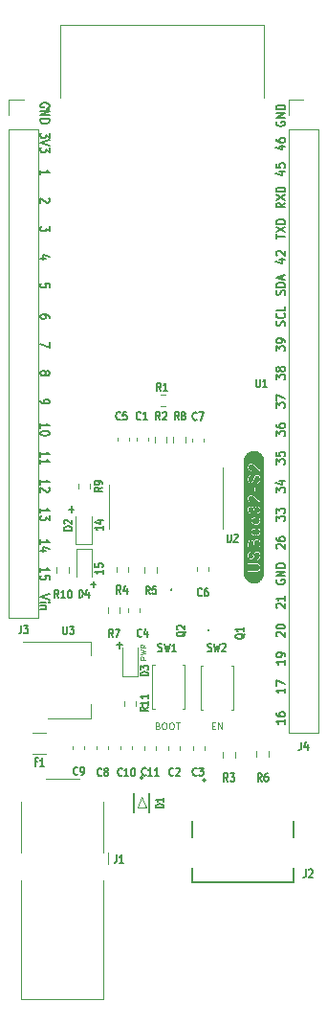
<source format=gbr>
%TF.GenerationSoftware,KiCad,Pcbnew,5.1.9-73d0e3b20d~88~ubuntu20.04.1*%
%TF.CreationDate,2021-03-20T23:28:39+05:30*%
%TF.ProjectId,ESP32-S2,45535033-322d-4533-922e-6b696361645f,rev?*%
%TF.SameCoordinates,Original*%
%TF.FileFunction,Legend,Top*%
%TF.FilePolarity,Positive*%
%FSLAX46Y46*%
G04 Gerber Fmt 4.6, Leading zero omitted, Abs format (unit mm)*
G04 Created by KiCad (PCBNEW 5.1.9-73d0e3b20d~88~ubuntu20.04.1) date 2021-03-20 23:28:39*
%MOMM*%
%LPD*%
G01*
G04 APERTURE LIST*
%ADD10C,0.150000*%
%ADD11C,0.100000*%
%ADD12C,0.010000*%
%ADD13C,0.120000*%
%ADD14C,0.127000*%
%ADD15C,0.200000*%
G04 APERTURE END LIST*
D10*
X144421428Y-110160000D02*
X144878571Y-110160000D01*
X144650000Y-110426666D02*
X144650000Y-109893333D01*
X142451428Y-103550000D02*
X142908571Y-103550000D01*
X142680000Y-103816666D02*
X142680000Y-103283333D01*
X146741428Y-115560000D02*
X147198571Y-115560000D01*
X146970000Y-115826666D02*
X146970000Y-115293333D01*
D11*
X149276190Y-116846666D02*
X148776190Y-116846666D01*
X148776190Y-116656190D01*
X148800000Y-116608571D01*
X148823809Y-116584761D01*
X148871428Y-116560952D01*
X148942857Y-116560952D01*
X148990476Y-116584761D01*
X149014285Y-116608571D01*
X149038095Y-116656190D01*
X149038095Y-116846666D01*
X148776190Y-116394285D02*
X149276190Y-116275238D01*
X148919047Y-116180000D01*
X149276190Y-116084761D01*
X148776190Y-115965714D01*
X149276190Y-115489523D02*
X149038095Y-115656190D01*
X149276190Y-115775238D02*
X148776190Y-115775238D01*
X148776190Y-115584761D01*
X148800000Y-115537142D01*
X148823809Y-115513333D01*
X148871428Y-115489523D01*
X148942857Y-115489523D01*
X148990476Y-115513333D01*
X149014285Y-115537142D01*
X149038095Y-115584761D01*
X149038095Y-115775238D01*
X155137142Y-122677142D02*
X155337142Y-122677142D01*
X155422857Y-122991428D02*
X155137142Y-122991428D01*
X155137142Y-122391428D01*
X155422857Y-122391428D01*
X155680000Y-122991428D02*
X155680000Y-122391428D01*
X156022857Y-122991428D01*
X156022857Y-122391428D01*
X150345714Y-122677142D02*
X150431428Y-122705714D01*
X150460000Y-122734285D01*
X150488571Y-122791428D01*
X150488571Y-122877142D01*
X150460000Y-122934285D01*
X150431428Y-122962857D01*
X150374285Y-122991428D01*
X150145714Y-122991428D01*
X150145714Y-122391428D01*
X150345714Y-122391428D01*
X150402857Y-122420000D01*
X150431428Y-122448571D01*
X150460000Y-122505714D01*
X150460000Y-122562857D01*
X150431428Y-122620000D01*
X150402857Y-122648571D01*
X150345714Y-122677142D01*
X150145714Y-122677142D01*
X150860000Y-122391428D02*
X150974285Y-122391428D01*
X151031428Y-122420000D01*
X151088571Y-122477142D01*
X151117142Y-122591428D01*
X151117142Y-122791428D01*
X151088571Y-122905714D01*
X151031428Y-122962857D01*
X150974285Y-122991428D01*
X150860000Y-122991428D01*
X150802857Y-122962857D01*
X150745714Y-122905714D01*
X150717142Y-122791428D01*
X150717142Y-122591428D01*
X150745714Y-122477142D01*
X150802857Y-122420000D01*
X150860000Y-122391428D01*
X151488571Y-122391428D02*
X151602857Y-122391428D01*
X151660000Y-122420000D01*
X151717142Y-122477142D01*
X151745714Y-122591428D01*
X151745714Y-122791428D01*
X151717142Y-122905714D01*
X151660000Y-122962857D01*
X151602857Y-122991428D01*
X151488571Y-122991428D01*
X151431428Y-122962857D01*
X151374285Y-122905714D01*
X151345714Y-122791428D01*
X151345714Y-122591428D01*
X151374285Y-122477142D01*
X151431428Y-122420000D01*
X151488571Y-122391428D01*
X151917142Y-122391428D02*
X152260000Y-122391428D01*
X152088571Y-122991428D02*
X152088571Y-122391428D01*
D10*
X161611904Y-122133333D02*
X161611904Y-122533333D01*
X161611904Y-122333333D02*
X160811904Y-122333333D01*
X160926190Y-122400000D01*
X161002380Y-122466666D01*
X161040476Y-122533333D01*
X160811904Y-121533333D02*
X160811904Y-121666666D01*
X160850000Y-121733333D01*
X160888095Y-121766666D01*
X161002380Y-121833333D01*
X161154761Y-121866666D01*
X161459523Y-121866666D01*
X161535714Y-121833333D01*
X161573809Y-121800000D01*
X161611904Y-121733333D01*
X161611904Y-121600000D01*
X161573809Y-121533333D01*
X161535714Y-121500000D01*
X161459523Y-121466666D01*
X161269047Y-121466666D01*
X161192857Y-121500000D01*
X161154761Y-121533333D01*
X161116666Y-121600000D01*
X161116666Y-121733333D01*
X161154761Y-121800000D01*
X161192857Y-121833333D01*
X161269047Y-121866666D01*
X161611904Y-119383333D02*
X161611904Y-119783333D01*
X161611904Y-119583333D02*
X160811904Y-119583333D01*
X160926190Y-119650000D01*
X161002380Y-119716666D01*
X161040476Y-119783333D01*
X160811904Y-119150000D02*
X160811904Y-118683333D01*
X161611904Y-118983333D01*
X161611904Y-116883333D02*
X161611904Y-117283333D01*
X161611904Y-117083333D02*
X160811904Y-117083333D01*
X160926190Y-117150000D01*
X161002380Y-117216666D01*
X161040476Y-117283333D01*
X161611904Y-116550000D02*
X161611904Y-116416666D01*
X161573809Y-116350000D01*
X161535714Y-116316666D01*
X161421428Y-116250000D01*
X161269047Y-116216666D01*
X160964285Y-116216666D01*
X160888095Y-116250000D01*
X160850000Y-116283333D01*
X160811904Y-116350000D01*
X160811904Y-116483333D01*
X160850000Y-116550000D01*
X160888095Y-116583333D01*
X160964285Y-116616666D01*
X161154761Y-116616666D01*
X161230952Y-116583333D01*
X161269047Y-116550000D01*
X161307142Y-116483333D01*
X161307142Y-116350000D01*
X161269047Y-116283333D01*
X161230952Y-116250000D01*
X161154761Y-116216666D01*
X160888095Y-114783333D02*
X160850000Y-114750000D01*
X160811904Y-114683333D01*
X160811904Y-114516666D01*
X160850000Y-114450000D01*
X160888095Y-114416666D01*
X160964285Y-114383333D01*
X161040476Y-114383333D01*
X161154761Y-114416666D01*
X161611904Y-114816666D01*
X161611904Y-114383333D01*
X160811904Y-113950000D02*
X160811904Y-113883333D01*
X160850000Y-113816666D01*
X160888095Y-113783333D01*
X160964285Y-113750000D01*
X161116666Y-113716666D01*
X161307142Y-113716666D01*
X161459523Y-113750000D01*
X161535714Y-113783333D01*
X161573809Y-113816666D01*
X161611904Y-113883333D01*
X161611904Y-113950000D01*
X161573809Y-114016666D01*
X161535714Y-114050000D01*
X161459523Y-114083333D01*
X161307142Y-114116666D01*
X161116666Y-114116666D01*
X160964285Y-114083333D01*
X160888095Y-114050000D01*
X160850000Y-114016666D01*
X160811904Y-113950000D01*
X160888095Y-112283333D02*
X160850000Y-112250000D01*
X160811904Y-112183333D01*
X160811904Y-112016666D01*
X160850000Y-111950000D01*
X160888095Y-111916666D01*
X160964285Y-111883333D01*
X161040476Y-111883333D01*
X161154761Y-111916666D01*
X161611904Y-112316666D01*
X161611904Y-111883333D01*
X161611904Y-111216666D02*
X161611904Y-111616666D01*
X161611904Y-111416666D02*
X160811904Y-111416666D01*
X160926190Y-111483333D01*
X161002380Y-111550000D01*
X161040476Y-111616666D01*
X160850000Y-109783333D02*
X160811904Y-109850000D01*
X160811904Y-109950000D01*
X160850000Y-110050000D01*
X160926190Y-110116666D01*
X161002380Y-110150000D01*
X161154761Y-110183333D01*
X161269047Y-110183333D01*
X161421428Y-110150000D01*
X161497619Y-110116666D01*
X161573809Y-110050000D01*
X161611904Y-109950000D01*
X161611904Y-109883333D01*
X161573809Y-109783333D01*
X161535714Y-109750000D01*
X161269047Y-109750000D01*
X161269047Y-109883333D01*
X161611904Y-109450000D02*
X160811904Y-109450000D01*
X161611904Y-109050000D01*
X160811904Y-109050000D01*
X161611904Y-108716666D02*
X160811904Y-108716666D01*
X160811904Y-108550000D01*
X160850000Y-108450000D01*
X160926190Y-108383333D01*
X161002380Y-108350000D01*
X161154761Y-108316666D01*
X161269047Y-108316666D01*
X161421428Y-108350000D01*
X161497619Y-108383333D01*
X161573809Y-108450000D01*
X161611904Y-108550000D01*
X161611904Y-108716666D01*
X160888095Y-107033333D02*
X160850000Y-107000000D01*
X160811904Y-106933333D01*
X160811904Y-106766666D01*
X160850000Y-106700000D01*
X160888095Y-106666666D01*
X160964285Y-106633333D01*
X161040476Y-106633333D01*
X161154761Y-106666666D01*
X161611904Y-107066666D01*
X161611904Y-106633333D01*
X160811904Y-106033333D02*
X160811904Y-106166666D01*
X160850000Y-106233333D01*
X160888095Y-106266666D01*
X161002380Y-106333333D01*
X161154761Y-106366666D01*
X161459523Y-106366666D01*
X161535714Y-106333333D01*
X161573809Y-106300000D01*
X161611904Y-106233333D01*
X161611904Y-106100000D01*
X161573809Y-106033333D01*
X161535714Y-106000000D01*
X161459523Y-105966666D01*
X161269047Y-105966666D01*
X161192857Y-106000000D01*
X161154761Y-106033333D01*
X161116666Y-106100000D01*
X161116666Y-106233333D01*
X161154761Y-106300000D01*
X161192857Y-106333333D01*
X161269047Y-106366666D01*
X160811904Y-104566666D02*
X160811904Y-104133333D01*
X161116666Y-104366666D01*
X161116666Y-104266666D01*
X161154761Y-104200000D01*
X161192857Y-104166666D01*
X161269047Y-104133333D01*
X161459523Y-104133333D01*
X161535714Y-104166666D01*
X161573809Y-104200000D01*
X161611904Y-104266666D01*
X161611904Y-104466666D01*
X161573809Y-104533333D01*
X161535714Y-104566666D01*
X160811904Y-103900000D02*
X160811904Y-103466666D01*
X161116666Y-103700000D01*
X161116666Y-103600000D01*
X161154761Y-103533333D01*
X161192857Y-103500000D01*
X161269047Y-103466666D01*
X161459523Y-103466666D01*
X161535714Y-103500000D01*
X161573809Y-103533333D01*
X161611904Y-103600000D01*
X161611904Y-103800000D01*
X161573809Y-103866666D01*
X161535714Y-103900000D01*
X160811904Y-102066666D02*
X160811904Y-101633333D01*
X161116666Y-101866666D01*
X161116666Y-101766666D01*
X161154761Y-101700000D01*
X161192857Y-101666666D01*
X161269047Y-101633333D01*
X161459523Y-101633333D01*
X161535714Y-101666666D01*
X161573809Y-101700000D01*
X161611904Y-101766666D01*
X161611904Y-101966666D01*
X161573809Y-102033333D01*
X161535714Y-102066666D01*
X161078571Y-101033333D02*
X161611904Y-101033333D01*
X160773809Y-101200000D02*
X161345238Y-101366666D01*
X161345238Y-100933333D01*
X160811904Y-99566666D02*
X160811904Y-99133333D01*
X161116666Y-99366666D01*
X161116666Y-99266666D01*
X161154761Y-99200000D01*
X161192857Y-99166666D01*
X161269047Y-99133333D01*
X161459523Y-99133333D01*
X161535714Y-99166666D01*
X161573809Y-99200000D01*
X161611904Y-99266666D01*
X161611904Y-99466666D01*
X161573809Y-99533333D01*
X161535714Y-99566666D01*
X160811904Y-98500000D02*
X160811904Y-98833333D01*
X161192857Y-98866666D01*
X161154761Y-98833333D01*
X161116666Y-98766666D01*
X161116666Y-98600000D01*
X161154761Y-98533333D01*
X161192857Y-98500000D01*
X161269047Y-98466666D01*
X161459523Y-98466666D01*
X161535714Y-98500000D01*
X161573809Y-98533333D01*
X161611904Y-98600000D01*
X161611904Y-98766666D01*
X161573809Y-98833333D01*
X161535714Y-98866666D01*
X160811904Y-97066666D02*
X160811904Y-96633333D01*
X161116666Y-96866666D01*
X161116666Y-96766666D01*
X161154761Y-96700000D01*
X161192857Y-96666666D01*
X161269047Y-96633333D01*
X161459523Y-96633333D01*
X161535714Y-96666666D01*
X161573809Y-96700000D01*
X161611904Y-96766666D01*
X161611904Y-96966666D01*
X161573809Y-97033333D01*
X161535714Y-97066666D01*
X160811904Y-96033333D02*
X160811904Y-96166666D01*
X160850000Y-96233333D01*
X160888095Y-96266666D01*
X161002380Y-96333333D01*
X161154761Y-96366666D01*
X161459523Y-96366666D01*
X161535714Y-96333333D01*
X161573809Y-96300000D01*
X161611904Y-96233333D01*
X161611904Y-96100000D01*
X161573809Y-96033333D01*
X161535714Y-96000000D01*
X161459523Y-95966666D01*
X161269047Y-95966666D01*
X161192857Y-96000000D01*
X161154761Y-96033333D01*
X161116666Y-96100000D01*
X161116666Y-96233333D01*
X161154761Y-96300000D01*
X161192857Y-96333333D01*
X161269047Y-96366666D01*
X160811904Y-94566666D02*
X160811904Y-94133333D01*
X161116666Y-94366666D01*
X161116666Y-94266666D01*
X161154761Y-94200000D01*
X161192857Y-94166666D01*
X161269047Y-94133333D01*
X161459523Y-94133333D01*
X161535714Y-94166666D01*
X161573809Y-94200000D01*
X161611904Y-94266666D01*
X161611904Y-94466666D01*
X161573809Y-94533333D01*
X161535714Y-94566666D01*
X160811904Y-93900000D02*
X160811904Y-93433333D01*
X161611904Y-93733333D01*
X160811904Y-92066666D02*
X160811904Y-91633333D01*
X161116666Y-91866666D01*
X161116666Y-91766666D01*
X161154761Y-91700000D01*
X161192857Y-91666666D01*
X161269047Y-91633333D01*
X161459523Y-91633333D01*
X161535714Y-91666666D01*
X161573809Y-91700000D01*
X161611904Y-91766666D01*
X161611904Y-91966666D01*
X161573809Y-92033333D01*
X161535714Y-92066666D01*
X161154761Y-91233333D02*
X161116666Y-91300000D01*
X161078571Y-91333333D01*
X161002380Y-91366666D01*
X160964285Y-91366666D01*
X160888095Y-91333333D01*
X160850000Y-91300000D01*
X160811904Y-91233333D01*
X160811904Y-91100000D01*
X160850000Y-91033333D01*
X160888095Y-91000000D01*
X160964285Y-90966666D01*
X161002380Y-90966666D01*
X161078571Y-91000000D01*
X161116666Y-91033333D01*
X161154761Y-91100000D01*
X161154761Y-91233333D01*
X161192857Y-91300000D01*
X161230952Y-91333333D01*
X161307142Y-91366666D01*
X161459523Y-91366666D01*
X161535714Y-91333333D01*
X161573809Y-91300000D01*
X161611904Y-91233333D01*
X161611904Y-91100000D01*
X161573809Y-91033333D01*
X161535714Y-91000000D01*
X161459523Y-90966666D01*
X161307142Y-90966666D01*
X161230952Y-91000000D01*
X161192857Y-91033333D01*
X161154761Y-91100000D01*
X160811904Y-89566666D02*
X160811904Y-89133333D01*
X161116666Y-89366666D01*
X161116666Y-89266666D01*
X161154761Y-89200000D01*
X161192857Y-89166666D01*
X161269047Y-89133333D01*
X161459523Y-89133333D01*
X161535714Y-89166666D01*
X161573809Y-89200000D01*
X161611904Y-89266666D01*
X161611904Y-89466666D01*
X161573809Y-89533333D01*
X161535714Y-89566666D01*
X161611904Y-88800000D02*
X161611904Y-88666666D01*
X161573809Y-88600000D01*
X161535714Y-88566666D01*
X161421428Y-88500000D01*
X161269047Y-88466666D01*
X160964285Y-88466666D01*
X160888095Y-88500000D01*
X160850000Y-88533333D01*
X160811904Y-88600000D01*
X160811904Y-88733333D01*
X160850000Y-88800000D01*
X160888095Y-88833333D01*
X160964285Y-88866666D01*
X161154761Y-88866666D01*
X161230952Y-88833333D01*
X161269047Y-88800000D01*
X161307142Y-88733333D01*
X161307142Y-88600000D01*
X161269047Y-88533333D01*
X161230952Y-88500000D01*
X161154761Y-88466666D01*
X161573809Y-87333333D02*
X161611904Y-87233333D01*
X161611904Y-87066666D01*
X161573809Y-87000000D01*
X161535714Y-86966666D01*
X161459523Y-86933333D01*
X161383333Y-86933333D01*
X161307142Y-86966666D01*
X161269047Y-87000000D01*
X161230952Y-87066666D01*
X161192857Y-87200000D01*
X161154761Y-87266666D01*
X161116666Y-87300000D01*
X161040476Y-87333333D01*
X160964285Y-87333333D01*
X160888095Y-87300000D01*
X160850000Y-87266666D01*
X160811904Y-87200000D01*
X160811904Y-87033333D01*
X160850000Y-86933333D01*
X161535714Y-86233333D02*
X161573809Y-86266666D01*
X161611904Y-86366666D01*
X161611904Y-86433333D01*
X161573809Y-86533333D01*
X161497619Y-86600000D01*
X161421428Y-86633333D01*
X161269047Y-86666666D01*
X161154761Y-86666666D01*
X161002380Y-86633333D01*
X160926190Y-86600000D01*
X160850000Y-86533333D01*
X160811904Y-86433333D01*
X160811904Y-86366666D01*
X160850000Y-86266666D01*
X160888095Y-86233333D01*
X161611904Y-85600000D02*
X161611904Y-85933333D01*
X160811904Y-85933333D01*
X161573809Y-84600000D02*
X161611904Y-84500000D01*
X161611904Y-84333333D01*
X161573809Y-84266666D01*
X161535714Y-84233333D01*
X161459523Y-84200000D01*
X161383333Y-84200000D01*
X161307142Y-84233333D01*
X161269047Y-84266666D01*
X161230952Y-84333333D01*
X161192857Y-84466666D01*
X161154761Y-84533333D01*
X161116666Y-84566666D01*
X161040476Y-84600000D01*
X160964285Y-84600000D01*
X160888095Y-84566666D01*
X160850000Y-84533333D01*
X160811904Y-84466666D01*
X160811904Y-84300000D01*
X160850000Y-84200000D01*
X161611904Y-83900000D02*
X160811904Y-83900000D01*
X160811904Y-83733333D01*
X160850000Y-83633333D01*
X160926190Y-83566666D01*
X161002380Y-83533333D01*
X161154761Y-83500000D01*
X161269047Y-83500000D01*
X161421428Y-83533333D01*
X161497619Y-83566666D01*
X161573809Y-83633333D01*
X161611904Y-83733333D01*
X161611904Y-83900000D01*
X161383333Y-83233333D02*
X161383333Y-82900000D01*
X161611904Y-83300000D02*
X160811904Y-83066666D01*
X161611904Y-82833333D01*
X161078571Y-81450000D02*
X161611904Y-81450000D01*
X160773809Y-81616666D02*
X161345238Y-81783333D01*
X161345238Y-81350000D01*
X160888095Y-81116666D02*
X160850000Y-81083333D01*
X160811904Y-81016666D01*
X160811904Y-80850000D01*
X160850000Y-80783333D01*
X160888095Y-80750000D01*
X160964285Y-80716666D01*
X161040476Y-80716666D01*
X161154761Y-80750000D01*
X161611904Y-81150000D01*
X161611904Y-80716666D01*
X160811904Y-79633333D02*
X160811904Y-79233333D01*
X161611904Y-79433333D02*
X160811904Y-79433333D01*
X160811904Y-79066666D02*
X161611904Y-78600000D01*
X160811904Y-78600000D02*
X161611904Y-79066666D01*
X161611904Y-78333333D02*
X160811904Y-78333333D01*
X160811904Y-78166666D01*
X160850000Y-78066666D01*
X160926190Y-78000000D01*
X161002380Y-77966666D01*
X161154761Y-77933333D01*
X161269047Y-77933333D01*
X161421428Y-77966666D01*
X161497619Y-78000000D01*
X161573809Y-78066666D01*
X161611904Y-78166666D01*
X161611904Y-78333333D01*
X161611904Y-76466666D02*
X161230952Y-76700000D01*
X161611904Y-76866666D02*
X160811904Y-76866666D01*
X160811904Y-76600000D01*
X160850000Y-76533333D01*
X160888095Y-76500000D01*
X160964285Y-76466666D01*
X161078571Y-76466666D01*
X161154761Y-76500000D01*
X161192857Y-76533333D01*
X161230952Y-76600000D01*
X161230952Y-76866666D01*
X160811904Y-76233333D02*
X161611904Y-75766666D01*
X160811904Y-75766666D02*
X161611904Y-76233333D01*
X161611904Y-75500000D02*
X160811904Y-75500000D01*
X160811904Y-75333333D01*
X160850000Y-75233333D01*
X160926190Y-75166666D01*
X161002380Y-75133333D01*
X161154761Y-75100000D01*
X161269047Y-75100000D01*
X161421428Y-75133333D01*
X161497619Y-75166666D01*
X161573809Y-75233333D01*
X161611904Y-75333333D01*
X161611904Y-75500000D01*
X161078571Y-73700000D02*
X161611904Y-73700000D01*
X160773809Y-73866666D02*
X161345238Y-74033333D01*
X161345238Y-73600000D01*
X160811904Y-73000000D02*
X160811904Y-73333333D01*
X161192857Y-73366666D01*
X161154761Y-73333333D01*
X161116666Y-73266666D01*
X161116666Y-73100000D01*
X161154761Y-73033333D01*
X161192857Y-73000000D01*
X161269047Y-72966666D01*
X161459523Y-72966666D01*
X161535714Y-73000000D01*
X161573809Y-73033333D01*
X161611904Y-73100000D01*
X161611904Y-73266666D01*
X161573809Y-73333333D01*
X161535714Y-73366666D01*
X161078571Y-71450000D02*
X161611904Y-71450000D01*
X160773809Y-71616666D02*
X161345238Y-71783333D01*
X161345238Y-71350000D01*
X160811904Y-70783333D02*
X160811904Y-70916666D01*
X160850000Y-70983333D01*
X160888095Y-71016666D01*
X161002380Y-71083333D01*
X161154761Y-71116666D01*
X161459523Y-71116666D01*
X161535714Y-71083333D01*
X161573809Y-71050000D01*
X161611904Y-70983333D01*
X161611904Y-70850000D01*
X161573809Y-70783333D01*
X161535714Y-70750000D01*
X161459523Y-70716666D01*
X161269047Y-70716666D01*
X161192857Y-70750000D01*
X161154761Y-70783333D01*
X161116666Y-70850000D01*
X161116666Y-70983333D01*
X161154761Y-71050000D01*
X161192857Y-71083333D01*
X161269047Y-71116666D01*
X160850000Y-69283333D02*
X160811904Y-69350000D01*
X160811904Y-69450000D01*
X160850000Y-69550000D01*
X160926190Y-69616666D01*
X161002380Y-69650000D01*
X161154761Y-69683333D01*
X161269047Y-69683333D01*
X161421428Y-69650000D01*
X161497619Y-69616666D01*
X161573809Y-69550000D01*
X161611904Y-69450000D01*
X161611904Y-69383333D01*
X161573809Y-69283333D01*
X161535714Y-69250000D01*
X161269047Y-69250000D01*
X161269047Y-69383333D01*
X161611904Y-68950000D02*
X160811904Y-68950000D01*
X161611904Y-68550000D01*
X160811904Y-68550000D01*
X161611904Y-68216666D02*
X160811904Y-68216666D01*
X160811904Y-68050000D01*
X160850000Y-67950000D01*
X160926190Y-67883333D01*
X161002380Y-67850000D01*
X161154761Y-67816666D01*
X161269047Y-67816666D01*
X161421428Y-67850000D01*
X161497619Y-67883333D01*
X161573809Y-67950000D01*
X161611904Y-68050000D01*
X161611904Y-68216666D01*
X140738095Y-111053333D02*
X139938095Y-111286666D01*
X140738095Y-111520000D01*
X139938095Y-111753333D02*
X140471428Y-111753333D01*
X140738095Y-111753333D02*
X140700000Y-111720000D01*
X140661904Y-111753333D01*
X140700000Y-111786666D01*
X140738095Y-111753333D01*
X140661904Y-111753333D01*
X140471428Y-112086666D02*
X139938095Y-112086666D01*
X140395238Y-112086666D02*
X140433333Y-112120000D01*
X140471428Y-112186666D01*
X140471428Y-112286666D01*
X140433333Y-112353333D01*
X140357142Y-112386666D01*
X139938095Y-112386666D01*
X139938095Y-109116666D02*
X139938095Y-108716666D01*
X139938095Y-108916666D02*
X140738095Y-108916666D01*
X140623809Y-108850000D01*
X140547619Y-108783333D01*
X140509523Y-108716666D01*
X140738095Y-109750000D02*
X140738095Y-109416666D01*
X140357142Y-109383333D01*
X140395238Y-109416666D01*
X140433333Y-109483333D01*
X140433333Y-109650000D01*
X140395238Y-109716666D01*
X140357142Y-109750000D01*
X140280952Y-109783333D01*
X140090476Y-109783333D01*
X140014285Y-109750000D01*
X139976190Y-109716666D01*
X139938095Y-109650000D01*
X139938095Y-109483333D01*
X139976190Y-109416666D01*
X140014285Y-109383333D01*
X139938095Y-106636666D02*
X139938095Y-106236666D01*
X139938095Y-106436666D02*
X140738095Y-106436666D01*
X140623809Y-106370000D01*
X140547619Y-106303333D01*
X140509523Y-106236666D01*
X140471428Y-107236666D02*
X139938095Y-107236666D01*
X140776190Y-107070000D02*
X140204761Y-106903333D01*
X140204761Y-107336666D01*
X139938095Y-103866666D02*
X139938095Y-103466666D01*
X139938095Y-103666666D02*
X140738095Y-103666666D01*
X140623809Y-103600000D01*
X140547619Y-103533333D01*
X140509523Y-103466666D01*
X140738095Y-104100000D02*
X140738095Y-104533333D01*
X140433333Y-104300000D01*
X140433333Y-104400000D01*
X140395238Y-104466666D01*
X140357142Y-104500000D01*
X140280952Y-104533333D01*
X140090476Y-104533333D01*
X140014285Y-104500000D01*
X139976190Y-104466666D01*
X139938095Y-104400000D01*
X139938095Y-104200000D01*
X139976190Y-104133333D01*
X140014285Y-104100000D01*
X139938095Y-101366666D02*
X139938095Y-100966666D01*
X139938095Y-101166666D02*
X140738095Y-101166666D01*
X140623809Y-101100000D01*
X140547619Y-101033333D01*
X140509523Y-100966666D01*
X140661904Y-101633333D02*
X140700000Y-101666666D01*
X140738095Y-101733333D01*
X140738095Y-101900000D01*
X140700000Y-101966666D01*
X140661904Y-102000000D01*
X140585714Y-102033333D01*
X140509523Y-102033333D01*
X140395238Y-102000000D01*
X139938095Y-101600000D01*
X139938095Y-102033333D01*
X139938095Y-98886666D02*
X139938095Y-98486666D01*
X139938095Y-98686666D02*
X140738095Y-98686666D01*
X140623809Y-98620000D01*
X140547619Y-98553333D01*
X140509523Y-98486666D01*
X139938095Y-99553333D02*
X139938095Y-99153333D01*
X139938095Y-99353333D02*
X140738095Y-99353333D01*
X140623809Y-99286666D01*
X140547619Y-99220000D01*
X140509523Y-99153333D01*
X139938095Y-96366666D02*
X139938095Y-95966666D01*
X139938095Y-96166666D02*
X140738095Y-96166666D01*
X140623809Y-96100000D01*
X140547619Y-96033333D01*
X140509523Y-95966666D01*
X140738095Y-96800000D02*
X140738095Y-96866666D01*
X140700000Y-96933333D01*
X140661904Y-96966666D01*
X140585714Y-97000000D01*
X140433333Y-97033333D01*
X140242857Y-97033333D01*
X140090476Y-97000000D01*
X140014285Y-96966666D01*
X139976190Y-96933333D01*
X139938095Y-96866666D01*
X139938095Y-96800000D01*
X139976190Y-96733333D01*
X140014285Y-96700000D01*
X140090476Y-96666666D01*
X140242857Y-96633333D01*
X140433333Y-96633333D01*
X140585714Y-96666666D01*
X140661904Y-96700000D01*
X140700000Y-96733333D01*
X140738095Y-96800000D01*
X139938095Y-93886666D02*
X139938095Y-94020000D01*
X139976190Y-94086666D01*
X140014285Y-94120000D01*
X140128571Y-94186666D01*
X140280952Y-94220000D01*
X140585714Y-94220000D01*
X140661904Y-94186666D01*
X140700000Y-94153333D01*
X140738095Y-94086666D01*
X140738095Y-93953333D01*
X140700000Y-93886666D01*
X140661904Y-93853333D01*
X140585714Y-93820000D01*
X140395238Y-93820000D01*
X140319047Y-93853333D01*
X140280952Y-93886666D01*
X140242857Y-93953333D01*
X140242857Y-94086666D01*
X140280952Y-94153333D01*
X140319047Y-94186666D01*
X140395238Y-94220000D01*
X140395238Y-91453333D02*
X140433333Y-91386666D01*
X140471428Y-91353333D01*
X140547619Y-91320000D01*
X140585714Y-91320000D01*
X140661904Y-91353333D01*
X140700000Y-91386666D01*
X140738095Y-91453333D01*
X140738095Y-91586666D01*
X140700000Y-91653333D01*
X140661904Y-91686666D01*
X140585714Y-91720000D01*
X140547619Y-91720000D01*
X140471428Y-91686666D01*
X140433333Y-91653333D01*
X140395238Y-91586666D01*
X140395238Y-91453333D01*
X140357142Y-91386666D01*
X140319047Y-91353333D01*
X140242857Y-91320000D01*
X140090476Y-91320000D01*
X140014285Y-91353333D01*
X139976190Y-91386666D01*
X139938095Y-91453333D01*
X139938095Y-91586666D01*
X139976190Y-91653333D01*
X140014285Y-91686666D01*
X140090476Y-91720000D01*
X140242857Y-91720000D01*
X140319047Y-91686666D01*
X140357142Y-91653333D01*
X140395238Y-91586666D01*
X140738095Y-88786666D02*
X140738095Y-89253333D01*
X139938095Y-88953333D01*
X140738095Y-86653333D02*
X140738095Y-86520000D01*
X140700000Y-86453333D01*
X140661904Y-86420000D01*
X140547619Y-86353333D01*
X140395238Y-86320000D01*
X140090476Y-86320000D01*
X140014285Y-86353333D01*
X139976190Y-86386666D01*
X139938095Y-86453333D01*
X139938095Y-86586666D01*
X139976190Y-86653333D01*
X140014285Y-86686666D01*
X140090476Y-86720000D01*
X140280952Y-86720000D01*
X140357142Y-86686666D01*
X140395238Y-86653333D01*
X140433333Y-86586666D01*
X140433333Y-86453333D01*
X140395238Y-86386666D01*
X140357142Y-86353333D01*
X140280952Y-86320000D01*
X140738095Y-83936666D02*
X140738095Y-83603333D01*
X140357142Y-83570000D01*
X140395238Y-83603333D01*
X140433333Y-83670000D01*
X140433333Y-83836666D01*
X140395238Y-83903333D01*
X140357142Y-83936666D01*
X140280952Y-83970000D01*
X140090476Y-83970000D01*
X140014285Y-83936666D01*
X139976190Y-83903333D01*
X139938095Y-83836666D01*
X139938095Y-83670000D01*
X139976190Y-83603333D01*
X140014285Y-83570000D01*
X140471428Y-81403333D02*
X139938095Y-81403333D01*
X140776190Y-81236666D02*
X140204761Y-81070000D01*
X140204761Y-81503333D01*
X140738095Y-78536666D02*
X140738095Y-78970000D01*
X140433333Y-78736666D01*
X140433333Y-78836666D01*
X140395238Y-78903333D01*
X140357142Y-78936666D01*
X140280952Y-78970000D01*
X140090476Y-78970000D01*
X140014285Y-78936666D01*
X139976190Y-78903333D01*
X139938095Y-78836666D01*
X139938095Y-78636666D01*
X139976190Y-78570000D01*
X140014285Y-78536666D01*
X140661904Y-76070000D02*
X140700000Y-76103333D01*
X140738095Y-76170000D01*
X140738095Y-76336666D01*
X140700000Y-76403333D01*
X140661904Y-76436666D01*
X140585714Y-76470000D01*
X140509523Y-76470000D01*
X140395238Y-76436666D01*
X139938095Y-76036666D01*
X139938095Y-76470000D01*
X139938095Y-73970000D02*
X139938095Y-73570000D01*
X139938095Y-73770000D02*
X140738095Y-73770000D01*
X140623809Y-73703333D01*
X140547619Y-73636666D01*
X140509523Y-73570000D01*
X140738095Y-70293333D02*
X140738095Y-70726666D01*
X140433333Y-70493333D01*
X140433333Y-70593333D01*
X140395238Y-70660000D01*
X140357142Y-70693333D01*
X140280952Y-70726666D01*
X140090476Y-70726666D01*
X140014285Y-70693333D01*
X139976190Y-70660000D01*
X139938095Y-70593333D01*
X139938095Y-70393333D01*
X139976190Y-70326666D01*
X140014285Y-70293333D01*
X140738095Y-70926666D02*
X139938095Y-71160000D01*
X140738095Y-71393333D01*
X140738095Y-71560000D02*
X140738095Y-71993333D01*
X140433333Y-71760000D01*
X140433333Y-71860000D01*
X140395238Y-71926666D01*
X140357142Y-71960000D01*
X140280952Y-71993333D01*
X140090476Y-71993333D01*
X140014285Y-71960000D01*
X139976190Y-71926666D01*
X139938095Y-71860000D01*
X139938095Y-71660000D01*
X139976190Y-71593333D01*
X140014285Y-71560000D01*
X140700000Y-68006666D02*
X140738095Y-67940000D01*
X140738095Y-67840000D01*
X140700000Y-67740000D01*
X140623809Y-67673333D01*
X140547619Y-67640000D01*
X140395238Y-67606666D01*
X140280952Y-67606666D01*
X140128571Y-67640000D01*
X140052380Y-67673333D01*
X139976190Y-67740000D01*
X139938095Y-67840000D01*
X139938095Y-67906666D01*
X139976190Y-68006666D01*
X140014285Y-68040000D01*
X140280952Y-68040000D01*
X140280952Y-67906666D01*
X139938095Y-68340000D02*
X140738095Y-68340000D01*
X139938095Y-68740000D01*
X140738095Y-68740000D01*
X139938095Y-69073333D02*
X140738095Y-69073333D01*
X140738095Y-69240000D01*
X140700000Y-69340000D01*
X140623809Y-69406666D01*
X140547619Y-69440000D01*
X140395238Y-69473333D01*
X140280952Y-69473333D01*
X140128571Y-69440000D01*
X140052380Y-69406666D01*
X139976190Y-69340000D01*
X139938095Y-69240000D01*
X139938095Y-69073333D01*
X145486666Y-105044285D02*
X145486666Y-105387142D01*
X145486666Y-105215714D02*
X144786666Y-105215714D01*
X144886666Y-105272857D01*
X144953333Y-105330000D01*
X144986666Y-105387142D01*
X145020000Y-104530000D02*
X145486666Y-104530000D01*
X144753333Y-104672857D02*
X145253333Y-104815714D01*
X145253333Y-104444285D01*
X145486666Y-108904285D02*
X145486666Y-109247142D01*
X145486666Y-109075714D02*
X144786666Y-109075714D01*
X144886666Y-109132857D01*
X144953333Y-109190000D01*
X144986666Y-109247142D01*
X144786666Y-108361428D02*
X144786666Y-108647142D01*
X145120000Y-108675714D01*
X145086666Y-108647142D01*
X145053333Y-108590000D01*
X145053333Y-108447142D01*
X145086666Y-108390000D01*
X145120000Y-108361428D01*
X145186666Y-108332857D01*
X145353333Y-108332857D01*
X145420000Y-108361428D01*
X145453333Y-108390000D01*
X145486666Y-108447142D01*
X145486666Y-108590000D01*
X145453333Y-108647142D01*
X145420000Y-108675714D01*
D12*
G36*
X157970000Y-109230000D02*
G01*
X157980000Y-109320000D01*
X158000000Y-109400000D01*
X158020000Y-109480000D01*
X158050000Y-109560000D01*
X158090000Y-109630000D01*
X158140000Y-109700000D01*
X158190000Y-109770000D01*
X158260000Y-109830000D01*
X158320000Y-109880000D01*
X158390000Y-109930000D01*
X158470000Y-109970000D01*
X158550000Y-110000000D01*
X158630000Y-110020000D01*
X158710000Y-110040000D01*
X158790000Y-110040000D01*
X158880000Y-110040000D01*
X158960000Y-110030000D01*
X159050000Y-110010000D01*
X159130000Y-109990000D01*
X159200000Y-109950000D01*
X159280000Y-109910000D01*
X159350000Y-109860000D01*
X159410000Y-109800000D01*
X159470000Y-109740000D01*
X159520000Y-109680000D01*
X159560000Y-109600000D01*
X159600000Y-109530000D01*
X159630000Y-109450000D01*
X159650000Y-109370000D01*
X159660000Y-109280000D01*
X159670000Y-109200000D01*
X159670000Y-99290000D01*
X159410000Y-99400000D01*
X159410000Y-100160000D01*
X159330000Y-100160000D01*
X159260000Y-100120000D01*
X158880000Y-99780000D01*
X158810000Y-99710000D01*
X158740000Y-99660000D01*
X158680000Y-99630000D01*
X158600000Y-99610000D01*
X158510000Y-99610000D01*
X158440000Y-99650000D01*
X158380000Y-99710000D01*
X158360000Y-99790000D01*
X158370000Y-99880000D01*
X158410000Y-99950000D01*
X158470000Y-100010000D01*
X158540000Y-100030000D01*
X158600000Y-100070000D01*
X158600000Y-100150000D01*
X158540000Y-100180000D01*
X158450000Y-100150000D01*
X158380000Y-100110000D01*
X158320000Y-100060000D01*
X158280000Y-99990000D01*
X158260000Y-99910000D01*
X158240000Y-99820000D01*
X158250000Y-99730000D01*
X158270000Y-99650000D01*
X158310000Y-99580000D01*
X158360000Y-99520000D01*
X158430000Y-99470000D01*
X158520000Y-99450000D01*
X158590000Y-99450000D01*
X158650000Y-99470000D01*
X158720000Y-99500000D01*
X158800000Y-99540000D01*
X158880000Y-99600000D01*
X158960000Y-99670000D01*
X159270000Y-99960000D01*
X159290000Y-99930000D01*
X159290000Y-99430000D01*
X159350000Y-99400000D01*
X159410000Y-99400000D01*
X159670000Y-99290000D01*
X159670000Y-99210000D01*
X159660000Y-99120000D01*
X159650000Y-99040000D01*
X159620000Y-98960000D01*
X159590000Y-98880000D01*
X159550000Y-98800000D01*
X159510000Y-98730000D01*
X159460000Y-98660000D01*
X159400000Y-98600000D01*
X159330000Y-98550000D01*
X159260000Y-98500000D01*
X159190000Y-98460000D01*
X159110000Y-98430000D01*
X159030000Y-98400000D01*
X158950000Y-98390000D01*
X158860000Y-98380000D01*
X158780000Y-98380000D01*
X158690000Y-98390000D01*
X158610000Y-98400000D01*
X158530000Y-98430000D01*
X158450000Y-98460000D01*
X158380000Y-98500000D01*
X158310000Y-98550000D01*
X158240000Y-98600000D01*
X158180000Y-98660000D01*
X158130000Y-98730000D01*
X158090000Y-98800000D01*
X158050000Y-98880000D01*
X158020000Y-98960000D01*
X157990000Y-99040000D01*
X157980000Y-99120000D01*
X157970000Y-99210000D01*
X157970000Y-99290000D01*
X157970000Y-109200000D01*
X158260000Y-109090000D01*
X158240000Y-109030000D01*
X158240000Y-108940000D01*
X158310000Y-108930000D01*
X158990000Y-108930000D01*
X159080000Y-108930000D01*
X159160000Y-108910000D01*
X159220000Y-108860000D01*
X159260000Y-108800000D01*
X159280000Y-108710000D01*
X159280000Y-108610000D01*
X159260000Y-108530000D01*
X159220000Y-108470000D01*
X159150000Y-108430000D01*
X159070000Y-108400000D01*
X158980000Y-108400000D01*
X158300000Y-108400000D01*
X158240000Y-108380000D01*
X158240000Y-108300000D01*
X158280000Y-108250000D01*
X159050000Y-108250000D01*
X159060000Y-108040000D01*
X159060000Y-107950000D01*
X159080000Y-107880000D01*
X159160000Y-107860000D01*
X159220000Y-107810000D01*
X159260000Y-107750000D01*
X159280000Y-107660000D01*
X159280000Y-107570000D01*
X159270000Y-107480000D01*
X159240000Y-107410000D01*
X159170000Y-107360000D01*
X159080000Y-107350000D01*
X159000000Y-107380000D01*
X158960000Y-107430000D01*
X158920000Y-107490000D01*
X158890000Y-107580000D01*
X158860000Y-107700000D01*
X158820000Y-107790000D01*
X158780000Y-107860000D01*
X158740000Y-107910000D01*
X158680000Y-107970000D01*
X158600000Y-108000000D01*
X158520000Y-108000000D01*
X158440000Y-107980000D01*
X158360000Y-107940000D01*
X158310000Y-107880000D01*
X158270000Y-107810000D01*
X158240000Y-107730000D01*
X158230000Y-107640000D01*
X158230000Y-107550000D01*
X158250000Y-107470000D01*
X158270000Y-107390000D01*
X158320000Y-107320000D01*
X158380000Y-107270000D01*
X158460000Y-107230000D01*
X158540000Y-107210000D01*
X158570000Y-107260000D01*
X158570000Y-107340000D01*
X158500000Y-107370000D01*
X158430000Y-107400000D01*
X158380000Y-107460000D01*
X158350000Y-107540000D01*
X158350000Y-107640000D01*
X158360000Y-107720000D01*
X158400000Y-107790000D01*
X158460000Y-107840000D01*
X158550000Y-107850000D01*
X158630000Y-107820000D01*
X158670000Y-107760000D01*
X158710000Y-107690000D01*
X158770000Y-107500000D01*
X158800000Y-107420000D01*
X158840000Y-107360000D01*
X158890000Y-107290000D01*
X158950000Y-107240000D01*
X159030000Y-107210000D01*
X159120000Y-107200000D01*
X159200000Y-107210000D01*
X159350000Y-106920000D01*
X158330000Y-106920000D01*
X158250000Y-106910000D01*
X158250000Y-106580000D01*
X158260000Y-106480000D01*
X158270000Y-106390000D01*
X158300000Y-106310000D01*
X158340000Y-106260000D01*
X158400000Y-106210000D01*
X158470000Y-106180000D01*
X158570000Y-106170000D01*
X158650000Y-106180000D01*
X158720000Y-106220000D01*
X158780000Y-106290000D01*
X158810000Y-106310000D01*
X158860000Y-106230000D01*
X158920000Y-106180000D01*
X158990000Y-106140000D01*
X159080000Y-106130000D01*
X159050000Y-105890000D01*
X158960000Y-105890000D01*
X158870000Y-105890000D01*
X158790000Y-105870000D01*
X158710000Y-105840000D01*
X158640000Y-105790000D01*
X158590000Y-105730000D01*
X158550000Y-105650000D01*
X158530000Y-105570000D01*
X158530000Y-105480000D01*
X158540000Y-105400000D01*
X158580000Y-105320000D01*
X158630000Y-105260000D01*
X158690000Y-105220000D01*
X158760000Y-105190000D01*
X158850000Y-105170000D01*
X158950000Y-105170000D01*
X158940000Y-104910000D01*
X158850000Y-104900000D01*
X158770000Y-104880000D01*
X158700000Y-104850000D01*
X158630000Y-104790000D01*
X158580000Y-104730000D01*
X158540000Y-104650000D01*
X158520000Y-104570000D01*
X158530000Y-104480000D01*
X158550000Y-104400000D01*
X158590000Y-104330000D01*
X158640000Y-104270000D01*
X158710000Y-104230000D01*
X158780000Y-104200000D01*
X158870000Y-104190000D01*
X158970000Y-104180000D01*
X159090000Y-103920000D01*
X159090000Y-103840000D01*
X159120000Y-103780000D01*
X159200000Y-103760000D01*
X159260000Y-103700000D01*
X159290000Y-103630000D01*
X159290000Y-103530000D01*
X159270000Y-103450000D01*
X159220000Y-103390000D01*
X159150000Y-103360000D01*
X159060000Y-103350000D01*
X158980000Y-103370000D01*
X158920000Y-103420000D01*
X158880000Y-103490000D01*
X158860000Y-103580000D01*
X158860000Y-103660000D01*
X158810000Y-103690000D01*
X158740000Y-103650000D01*
X158740000Y-103570000D01*
X158730000Y-103480000D01*
X158690000Y-103410000D01*
X158620000Y-103370000D01*
X158530000Y-103360000D01*
X158440000Y-103380000D01*
X158380000Y-103430000D01*
X158350000Y-103500000D01*
X158350000Y-103600000D01*
X158370000Y-103680000D01*
X158420000Y-103740000D01*
X158500000Y-103770000D01*
X158540000Y-103820000D01*
X158540000Y-103910000D01*
X158470000Y-103910000D01*
X158390000Y-103880000D01*
X158330000Y-103830000D01*
X158280000Y-103770000D01*
X158240000Y-103690000D01*
X158230000Y-103610000D01*
X158230000Y-103510000D01*
X158250000Y-103430000D01*
X158280000Y-103350000D01*
X158330000Y-103290000D01*
X158400000Y-103250000D01*
X158480000Y-103230000D01*
X158570000Y-103220000D01*
X158520000Y-102940000D01*
X158440000Y-102920000D01*
X158370000Y-102870000D01*
X158320000Y-102820000D01*
X158280000Y-102750000D01*
X158250000Y-102670000D01*
X158240000Y-102570000D01*
X158250000Y-102480000D01*
X158280000Y-102400000D01*
X158320000Y-102330000D01*
X158370000Y-102280000D01*
X158450000Y-102240000D01*
X158530000Y-102220000D01*
X158600000Y-102220000D01*
X158660000Y-102240000D01*
X158830000Y-101950000D01*
X158830000Y-101610000D01*
X158880000Y-101580000D01*
X158950000Y-101590000D01*
X159090000Y-101280000D01*
X159060000Y-101230000D01*
X159060000Y-101150000D01*
X159130000Y-101120000D01*
X159200000Y-101080000D01*
X159250000Y-101020000D01*
X159280000Y-100940000D01*
X159290000Y-100850000D01*
X159280000Y-100760000D01*
X159250000Y-100680000D01*
X159200000Y-100620000D01*
X159120000Y-100600000D01*
X159030000Y-100610000D01*
X158970000Y-100650000D01*
X158940000Y-100710000D01*
X158900000Y-100790000D01*
X158870000Y-100900000D01*
X158840000Y-101000000D01*
X158800000Y-101070000D01*
X158760000Y-101130000D01*
X158710000Y-101190000D01*
X158630000Y-101230000D01*
X158550000Y-101250000D01*
X158470000Y-101240000D01*
X158390000Y-101210000D01*
X158330000Y-101150000D01*
X158280000Y-101080000D01*
X158250000Y-101010000D01*
X158230000Y-100920000D01*
X158230000Y-100830000D01*
X158240000Y-100740000D01*
X158260000Y-100670000D01*
X158300000Y-100590000D01*
X158360000Y-100530000D01*
X158430000Y-100480000D01*
X158510000Y-100460000D01*
X158570000Y-100470000D01*
X158570000Y-100550000D01*
X158540000Y-100610000D01*
X158460000Y-100630000D01*
X158400000Y-100680000D01*
X158360000Y-100750000D01*
X158350000Y-100840000D01*
X158350000Y-100930000D01*
X158380000Y-101010000D01*
X158440000Y-101070000D01*
X158510000Y-101090000D01*
X158600000Y-101080000D01*
X158660000Y-101030000D01*
X158690000Y-100970000D01*
X158730000Y-100880000D01*
X158760000Y-100780000D01*
X158790000Y-100700000D01*
X158820000Y-100630000D01*
X158870000Y-100560000D01*
X158930000Y-100500000D01*
X159000000Y-100460000D01*
X159080000Y-100440000D01*
X159170000Y-100450000D01*
X159250000Y-100480000D01*
X159310000Y-100530000D01*
X159360000Y-100600000D01*
X159390000Y-100670000D01*
X159410000Y-100750000D01*
X159410000Y-100850000D01*
X159410000Y-100930000D01*
X159390000Y-101010000D01*
X159350000Y-101090000D01*
X159310000Y-101160000D01*
X159250000Y-101220000D01*
X159170000Y-101260000D01*
X159090000Y-101280000D01*
X158950000Y-101590000D01*
X158950000Y-101930000D01*
X158900000Y-101970000D01*
X158830000Y-101950000D01*
X158670000Y-102240000D01*
X158740000Y-102280000D01*
X158810000Y-102320000D01*
X158890000Y-102380000D01*
X158970000Y-102450000D01*
X159280000Y-102740000D01*
X159290000Y-102690000D01*
X159290000Y-102180000D01*
X159370000Y-102170000D01*
X159410000Y-102180000D01*
X159410000Y-102860000D01*
X159400000Y-102930000D01*
X159310000Y-102930000D01*
X159250000Y-102880000D01*
X158870000Y-102540000D01*
X158800000Y-102470000D01*
X158730000Y-102430000D01*
X158660000Y-102390000D01*
X158580000Y-102370000D01*
X158500000Y-102380000D01*
X158430000Y-102420000D01*
X158380000Y-102490000D01*
X158360000Y-102580000D01*
X158380000Y-102670000D01*
X158420000Y-102730000D01*
X158480000Y-102780000D01*
X158560000Y-102800000D01*
X158600000Y-102850000D01*
X158600000Y-102940000D01*
X158520000Y-102940000D01*
X158570000Y-103220000D01*
X158650000Y-103240000D01*
X158720000Y-103280000D01*
X158780000Y-103350000D01*
X158820000Y-103370000D01*
X158860000Y-103300000D01*
X158920000Y-103240000D01*
X159000000Y-103210000D01*
X159080000Y-103200000D01*
X159170000Y-103210000D01*
X159250000Y-103250000D01*
X159310000Y-103300000D01*
X159360000Y-103360000D01*
X159390000Y-103440000D01*
X159410000Y-103520000D01*
X159410000Y-103610000D01*
X159390000Y-103700000D01*
X159360000Y-103770000D01*
X159310000Y-103840000D01*
X159250000Y-103890000D01*
X159170000Y-103920000D01*
X159090000Y-103930000D01*
X158970000Y-104190000D01*
X159010000Y-104230000D01*
X159010000Y-104740000D01*
X159060000Y-104760000D01*
X159140000Y-104740000D01*
X159210000Y-104700000D01*
X159270000Y-104630000D01*
X159290000Y-104550000D01*
X159290000Y-104470000D01*
X159260000Y-104390000D01*
X159210000Y-104320000D01*
X159200000Y-104260000D01*
X159250000Y-104210000D01*
X159320000Y-104260000D01*
X159370000Y-104320000D01*
X159400000Y-104400000D01*
X159410000Y-104490000D01*
X159410000Y-104540000D01*
X159400000Y-104630000D01*
X159370000Y-104710000D01*
X159320000Y-104780000D01*
X159260000Y-104830000D01*
X159200000Y-104870000D01*
X159120000Y-104900000D01*
X159030000Y-104910000D01*
X158940000Y-104910000D01*
X158950000Y-105170000D01*
X159010000Y-105190000D01*
X159010000Y-105700000D01*
X159040000Y-105750000D01*
X159130000Y-105730000D01*
X159200000Y-105690000D01*
X159260000Y-105630000D01*
X159290000Y-105560000D01*
X159290000Y-105470000D01*
X159270000Y-105390000D01*
X159180000Y-105260000D01*
X159240000Y-105190000D01*
X159300000Y-105230000D01*
X159360000Y-105290000D01*
X159390000Y-105360000D01*
X159410000Y-105450000D01*
X159400000Y-105590000D01*
X159380000Y-105670000D01*
X159340000Y-105740000D01*
X159280000Y-105800000D01*
X159210000Y-105850000D01*
X159140000Y-105880000D01*
X159050000Y-105890000D01*
X159080000Y-106130000D01*
X159170000Y-106140000D01*
X159250000Y-106170000D01*
X159310000Y-106220000D01*
X159360000Y-106280000D01*
X159390000Y-106350000D01*
X159410000Y-106440000D01*
X159410000Y-106530000D01*
X159410000Y-106870000D01*
X159350000Y-106920000D01*
X159200000Y-107220000D01*
X159270000Y-107250000D01*
X159330000Y-107310000D01*
X159370000Y-107380000D01*
X159400000Y-107460000D01*
X159410000Y-107540000D01*
X159410000Y-107640000D01*
X159400000Y-107720000D01*
X159380000Y-107800000D01*
X159340000Y-107880000D01*
X159280000Y-107950000D01*
X159220000Y-107990000D01*
X159140000Y-108030000D01*
X159060000Y-108040000D01*
X159050000Y-108250000D01*
X159140000Y-108260000D01*
X159210000Y-108290000D01*
X159280000Y-108340000D01*
X159330000Y-108400000D01*
X159370000Y-108470000D01*
X159400000Y-108550000D01*
X159410000Y-108640000D01*
X159410000Y-108730000D01*
X159390000Y-108820000D01*
X159370000Y-108890000D01*
X159320000Y-108960000D01*
X159270000Y-109010000D01*
X159200000Y-109050000D01*
X159120000Y-109080000D01*
X159020000Y-109090000D01*
X158260000Y-109090000D01*
X157970000Y-109200000D01*
X157970000Y-109230000D01*
G37*
X157970000Y-109230000D02*
X157980000Y-109320000D01*
X158000000Y-109400000D01*
X158020000Y-109480000D01*
X158050000Y-109560000D01*
X158090000Y-109630000D01*
X158140000Y-109700000D01*
X158190000Y-109770000D01*
X158260000Y-109830000D01*
X158320000Y-109880000D01*
X158390000Y-109930000D01*
X158470000Y-109970000D01*
X158550000Y-110000000D01*
X158630000Y-110020000D01*
X158710000Y-110040000D01*
X158790000Y-110040000D01*
X158880000Y-110040000D01*
X158960000Y-110030000D01*
X159050000Y-110010000D01*
X159130000Y-109990000D01*
X159200000Y-109950000D01*
X159280000Y-109910000D01*
X159350000Y-109860000D01*
X159410000Y-109800000D01*
X159470000Y-109740000D01*
X159520000Y-109680000D01*
X159560000Y-109600000D01*
X159600000Y-109530000D01*
X159630000Y-109450000D01*
X159650000Y-109370000D01*
X159660000Y-109280000D01*
X159670000Y-109200000D01*
X159670000Y-99290000D01*
X159410000Y-99400000D01*
X159410000Y-100160000D01*
X159330000Y-100160000D01*
X159260000Y-100120000D01*
X158880000Y-99780000D01*
X158810000Y-99710000D01*
X158740000Y-99660000D01*
X158680000Y-99630000D01*
X158600000Y-99610000D01*
X158510000Y-99610000D01*
X158440000Y-99650000D01*
X158380000Y-99710000D01*
X158360000Y-99790000D01*
X158370000Y-99880000D01*
X158410000Y-99950000D01*
X158470000Y-100010000D01*
X158540000Y-100030000D01*
X158600000Y-100070000D01*
X158600000Y-100150000D01*
X158540000Y-100180000D01*
X158450000Y-100150000D01*
X158380000Y-100110000D01*
X158320000Y-100060000D01*
X158280000Y-99990000D01*
X158260000Y-99910000D01*
X158240000Y-99820000D01*
X158250000Y-99730000D01*
X158270000Y-99650000D01*
X158310000Y-99580000D01*
X158360000Y-99520000D01*
X158430000Y-99470000D01*
X158520000Y-99450000D01*
X158590000Y-99450000D01*
X158650000Y-99470000D01*
X158720000Y-99500000D01*
X158800000Y-99540000D01*
X158880000Y-99600000D01*
X158960000Y-99670000D01*
X159270000Y-99960000D01*
X159290000Y-99930000D01*
X159290000Y-99430000D01*
X159350000Y-99400000D01*
X159410000Y-99400000D01*
X159670000Y-99290000D01*
X159670000Y-99210000D01*
X159660000Y-99120000D01*
X159650000Y-99040000D01*
X159620000Y-98960000D01*
X159590000Y-98880000D01*
X159550000Y-98800000D01*
X159510000Y-98730000D01*
X159460000Y-98660000D01*
X159400000Y-98600000D01*
X159330000Y-98550000D01*
X159260000Y-98500000D01*
X159190000Y-98460000D01*
X159110000Y-98430000D01*
X159030000Y-98400000D01*
X158950000Y-98390000D01*
X158860000Y-98380000D01*
X158780000Y-98380000D01*
X158690000Y-98390000D01*
X158610000Y-98400000D01*
X158530000Y-98430000D01*
X158450000Y-98460000D01*
X158380000Y-98500000D01*
X158310000Y-98550000D01*
X158240000Y-98600000D01*
X158180000Y-98660000D01*
X158130000Y-98730000D01*
X158090000Y-98800000D01*
X158050000Y-98880000D01*
X158020000Y-98960000D01*
X157990000Y-99040000D01*
X157980000Y-99120000D01*
X157970000Y-99210000D01*
X157970000Y-99290000D01*
X157970000Y-109200000D01*
X158260000Y-109090000D01*
X158240000Y-109030000D01*
X158240000Y-108940000D01*
X158310000Y-108930000D01*
X158990000Y-108930000D01*
X159080000Y-108930000D01*
X159160000Y-108910000D01*
X159220000Y-108860000D01*
X159260000Y-108800000D01*
X159280000Y-108710000D01*
X159280000Y-108610000D01*
X159260000Y-108530000D01*
X159220000Y-108470000D01*
X159150000Y-108430000D01*
X159070000Y-108400000D01*
X158980000Y-108400000D01*
X158300000Y-108400000D01*
X158240000Y-108380000D01*
X158240000Y-108300000D01*
X158280000Y-108250000D01*
X159050000Y-108250000D01*
X159060000Y-108040000D01*
X159060000Y-107950000D01*
X159080000Y-107880000D01*
X159160000Y-107860000D01*
X159220000Y-107810000D01*
X159260000Y-107750000D01*
X159280000Y-107660000D01*
X159280000Y-107570000D01*
X159270000Y-107480000D01*
X159240000Y-107410000D01*
X159170000Y-107360000D01*
X159080000Y-107350000D01*
X159000000Y-107380000D01*
X158960000Y-107430000D01*
X158920000Y-107490000D01*
X158890000Y-107580000D01*
X158860000Y-107700000D01*
X158820000Y-107790000D01*
X158780000Y-107860000D01*
X158740000Y-107910000D01*
X158680000Y-107970000D01*
X158600000Y-108000000D01*
X158520000Y-108000000D01*
X158440000Y-107980000D01*
X158360000Y-107940000D01*
X158310000Y-107880000D01*
X158270000Y-107810000D01*
X158240000Y-107730000D01*
X158230000Y-107640000D01*
X158230000Y-107550000D01*
X158250000Y-107470000D01*
X158270000Y-107390000D01*
X158320000Y-107320000D01*
X158380000Y-107270000D01*
X158460000Y-107230000D01*
X158540000Y-107210000D01*
X158570000Y-107260000D01*
X158570000Y-107340000D01*
X158500000Y-107370000D01*
X158430000Y-107400000D01*
X158380000Y-107460000D01*
X158350000Y-107540000D01*
X158350000Y-107640000D01*
X158360000Y-107720000D01*
X158400000Y-107790000D01*
X158460000Y-107840000D01*
X158550000Y-107850000D01*
X158630000Y-107820000D01*
X158670000Y-107760000D01*
X158710000Y-107690000D01*
X158770000Y-107500000D01*
X158800000Y-107420000D01*
X158840000Y-107360000D01*
X158890000Y-107290000D01*
X158950000Y-107240000D01*
X159030000Y-107210000D01*
X159120000Y-107200000D01*
X159200000Y-107210000D01*
X159350000Y-106920000D01*
X158330000Y-106920000D01*
X158250000Y-106910000D01*
X158250000Y-106580000D01*
X158260000Y-106480000D01*
X158270000Y-106390000D01*
X158300000Y-106310000D01*
X158340000Y-106260000D01*
X158400000Y-106210000D01*
X158470000Y-106180000D01*
X158570000Y-106170000D01*
X158650000Y-106180000D01*
X158720000Y-106220000D01*
X158780000Y-106290000D01*
X158810000Y-106310000D01*
X158860000Y-106230000D01*
X158920000Y-106180000D01*
X158990000Y-106140000D01*
X159080000Y-106130000D01*
X159050000Y-105890000D01*
X158960000Y-105890000D01*
X158870000Y-105890000D01*
X158790000Y-105870000D01*
X158710000Y-105840000D01*
X158640000Y-105790000D01*
X158590000Y-105730000D01*
X158550000Y-105650000D01*
X158530000Y-105570000D01*
X158530000Y-105480000D01*
X158540000Y-105400000D01*
X158580000Y-105320000D01*
X158630000Y-105260000D01*
X158690000Y-105220000D01*
X158760000Y-105190000D01*
X158850000Y-105170000D01*
X158950000Y-105170000D01*
X158940000Y-104910000D01*
X158850000Y-104900000D01*
X158770000Y-104880000D01*
X158700000Y-104850000D01*
X158630000Y-104790000D01*
X158580000Y-104730000D01*
X158540000Y-104650000D01*
X158520000Y-104570000D01*
X158530000Y-104480000D01*
X158550000Y-104400000D01*
X158590000Y-104330000D01*
X158640000Y-104270000D01*
X158710000Y-104230000D01*
X158780000Y-104200000D01*
X158870000Y-104190000D01*
X158970000Y-104180000D01*
X159090000Y-103920000D01*
X159090000Y-103840000D01*
X159120000Y-103780000D01*
X159200000Y-103760000D01*
X159260000Y-103700000D01*
X159290000Y-103630000D01*
X159290000Y-103530000D01*
X159270000Y-103450000D01*
X159220000Y-103390000D01*
X159150000Y-103360000D01*
X159060000Y-103350000D01*
X158980000Y-103370000D01*
X158920000Y-103420000D01*
X158880000Y-103490000D01*
X158860000Y-103580000D01*
X158860000Y-103660000D01*
X158810000Y-103690000D01*
X158740000Y-103650000D01*
X158740000Y-103570000D01*
X158730000Y-103480000D01*
X158690000Y-103410000D01*
X158620000Y-103370000D01*
X158530000Y-103360000D01*
X158440000Y-103380000D01*
X158380000Y-103430000D01*
X158350000Y-103500000D01*
X158350000Y-103600000D01*
X158370000Y-103680000D01*
X158420000Y-103740000D01*
X158500000Y-103770000D01*
X158540000Y-103820000D01*
X158540000Y-103910000D01*
X158470000Y-103910000D01*
X158390000Y-103880000D01*
X158330000Y-103830000D01*
X158280000Y-103770000D01*
X158240000Y-103690000D01*
X158230000Y-103610000D01*
X158230000Y-103510000D01*
X158250000Y-103430000D01*
X158280000Y-103350000D01*
X158330000Y-103290000D01*
X158400000Y-103250000D01*
X158480000Y-103230000D01*
X158570000Y-103220000D01*
X158520000Y-102940000D01*
X158440000Y-102920000D01*
X158370000Y-102870000D01*
X158320000Y-102820000D01*
X158280000Y-102750000D01*
X158250000Y-102670000D01*
X158240000Y-102570000D01*
X158250000Y-102480000D01*
X158280000Y-102400000D01*
X158320000Y-102330000D01*
X158370000Y-102280000D01*
X158450000Y-102240000D01*
X158530000Y-102220000D01*
X158600000Y-102220000D01*
X158660000Y-102240000D01*
X158830000Y-101950000D01*
X158830000Y-101610000D01*
X158880000Y-101580000D01*
X158950000Y-101590000D01*
X159090000Y-101280000D01*
X159060000Y-101230000D01*
X159060000Y-101150000D01*
X159130000Y-101120000D01*
X159200000Y-101080000D01*
X159250000Y-101020000D01*
X159280000Y-100940000D01*
X159290000Y-100850000D01*
X159280000Y-100760000D01*
X159250000Y-100680000D01*
X159200000Y-100620000D01*
X159120000Y-100600000D01*
X159030000Y-100610000D01*
X158970000Y-100650000D01*
X158940000Y-100710000D01*
X158900000Y-100790000D01*
X158870000Y-100900000D01*
X158840000Y-101000000D01*
X158800000Y-101070000D01*
X158760000Y-101130000D01*
X158710000Y-101190000D01*
X158630000Y-101230000D01*
X158550000Y-101250000D01*
X158470000Y-101240000D01*
X158390000Y-101210000D01*
X158330000Y-101150000D01*
X158280000Y-101080000D01*
X158250000Y-101010000D01*
X158230000Y-100920000D01*
X158230000Y-100830000D01*
X158240000Y-100740000D01*
X158260000Y-100670000D01*
X158300000Y-100590000D01*
X158360000Y-100530000D01*
X158430000Y-100480000D01*
X158510000Y-100460000D01*
X158570000Y-100470000D01*
X158570000Y-100550000D01*
X158540000Y-100610000D01*
X158460000Y-100630000D01*
X158400000Y-100680000D01*
X158360000Y-100750000D01*
X158350000Y-100840000D01*
X158350000Y-100930000D01*
X158380000Y-101010000D01*
X158440000Y-101070000D01*
X158510000Y-101090000D01*
X158600000Y-101080000D01*
X158660000Y-101030000D01*
X158690000Y-100970000D01*
X158730000Y-100880000D01*
X158760000Y-100780000D01*
X158790000Y-100700000D01*
X158820000Y-100630000D01*
X158870000Y-100560000D01*
X158930000Y-100500000D01*
X159000000Y-100460000D01*
X159080000Y-100440000D01*
X159170000Y-100450000D01*
X159250000Y-100480000D01*
X159310000Y-100530000D01*
X159360000Y-100600000D01*
X159390000Y-100670000D01*
X159410000Y-100750000D01*
X159410000Y-100850000D01*
X159410000Y-100930000D01*
X159390000Y-101010000D01*
X159350000Y-101090000D01*
X159310000Y-101160000D01*
X159250000Y-101220000D01*
X159170000Y-101260000D01*
X159090000Y-101280000D01*
X158950000Y-101590000D01*
X158950000Y-101930000D01*
X158900000Y-101970000D01*
X158830000Y-101950000D01*
X158670000Y-102240000D01*
X158740000Y-102280000D01*
X158810000Y-102320000D01*
X158890000Y-102380000D01*
X158970000Y-102450000D01*
X159280000Y-102740000D01*
X159290000Y-102690000D01*
X159290000Y-102180000D01*
X159370000Y-102170000D01*
X159410000Y-102180000D01*
X159410000Y-102860000D01*
X159400000Y-102930000D01*
X159310000Y-102930000D01*
X159250000Y-102880000D01*
X158870000Y-102540000D01*
X158800000Y-102470000D01*
X158730000Y-102430000D01*
X158660000Y-102390000D01*
X158580000Y-102370000D01*
X158500000Y-102380000D01*
X158430000Y-102420000D01*
X158380000Y-102490000D01*
X158360000Y-102580000D01*
X158380000Y-102670000D01*
X158420000Y-102730000D01*
X158480000Y-102780000D01*
X158560000Y-102800000D01*
X158600000Y-102850000D01*
X158600000Y-102940000D01*
X158520000Y-102940000D01*
X158570000Y-103220000D01*
X158650000Y-103240000D01*
X158720000Y-103280000D01*
X158780000Y-103350000D01*
X158820000Y-103370000D01*
X158860000Y-103300000D01*
X158920000Y-103240000D01*
X159000000Y-103210000D01*
X159080000Y-103200000D01*
X159170000Y-103210000D01*
X159250000Y-103250000D01*
X159310000Y-103300000D01*
X159360000Y-103360000D01*
X159390000Y-103440000D01*
X159410000Y-103520000D01*
X159410000Y-103610000D01*
X159390000Y-103700000D01*
X159360000Y-103770000D01*
X159310000Y-103840000D01*
X159250000Y-103890000D01*
X159170000Y-103920000D01*
X159090000Y-103930000D01*
X158970000Y-104190000D01*
X159010000Y-104230000D01*
X159010000Y-104740000D01*
X159060000Y-104760000D01*
X159140000Y-104740000D01*
X159210000Y-104700000D01*
X159270000Y-104630000D01*
X159290000Y-104550000D01*
X159290000Y-104470000D01*
X159260000Y-104390000D01*
X159210000Y-104320000D01*
X159200000Y-104260000D01*
X159250000Y-104210000D01*
X159320000Y-104260000D01*
X159370000Y-104320000D01*
X159400000Y-104400000D01*
X159410000Y-104490000D01*
X159410000Y-104540000D01*
X159400000Y-104630000D01*
X159370000Y-104710000D01*
X159320000Y-104780000D01*
X159260000Y-104830000D01*
X159200000Y-104870000D01*
X159120000Y-104900000D01*
X159030000Y-104910000D01*
X158940000Y-104910000D01*
X158950000Y-105170000D01*
X159010000Y-105190000D01*
X159010000Y-105700000D01*
X159040000Y-105750000D01*
X159130000Y-105730000D01*
X159200000Y-105690000D01*
X159260000Y-105630000D01*
X159290000Y-105560000D01*
X159290000Y-105470000D01*
X159270000Y-105390000D01*
X159180000Y-105260000D01*
X159240000Y-105190000D01*
X159300000Y-105230000D01*
X159360000Y-105290000D01*
X159390000Y-105360000D01*
X159410000Y-105450000D01*
X159400000Y-105590000D01*
X159380000Y-105670000D01*
X159340000Y-105740000D01*
X159280000Y-105800000D01*
X159210000Y-105850000D01*
X159140000Y-105880000D01*
X159050000Y-105890000D01*
X159080000Y-106130000D01*
X159170000Y-106140000D01*
X159250000Y-106170000D01*
X159310000Y-106220000D01*
X159360000Y-106280000D01*
X159390000Y-106350000D01*
X159410000Y-106440000D01*
X159410000Y-106530000D01*
X159410000Y-106870000D01*
X159350000Y-106920000D01*
X159200000Y-107220000D01*
X159270000Y-107250000D01*
X159330000Y-107310000D01*
X159370000Y-107380000D01*
X159400000Y-107460000D01*
X159410000Y-107540000D01*
X159410000Y-107640000D01*
X159400000Y-107720000D01*
X159380000Y-107800000D01*
X159340000Y-107880000D01*
X159280000Y-107950000D01*
X159220000Y-107990000D01*
X159140000Y-108030000D01*
X159060000Y-108040000D01*
X159050000Y-108250000D01*
X159140000Y-108260000D01*
X159210000Y-108290000D01*
X159280000Y-108340000D01*
X159330000Y-108400000D01*
X159370000Y-108470000D01*
X159400000Y-108550000D01*
X159410000Y-108640000D01*
X159410000Y-108730000D01*
X159390000Y-108820000D01*
X159370000Y-108890000D01*
X159320000Y-108960000D01*
X159270000Y-109010000D01*
X159200000Y-109050000D01*
X159120000Y-109080000D01*
X159020000Y-109090000D01*
X158260000Y-109090000D01*
X157970000Y-109200000D01*
X157970000Y-109230000D01*
G36*
X158910000Y-106770000D02*
G01*
X159250000Y-106770000D01*
X159290000Y-106720000D01*
X159290000Y-106550000D01*
X159280000Y-106460000D01*
X159260000Y-106390000D01*
X159200000Y-106320000D01*
X159130000Y-106290000D01*
X159040000Y-106290000D01*
X158960000Y-106310000D01*
X158910000Y-106360000D01*
X158880000Y-106440000D01*
X158870000Y-106530000D01*
X158870000Y-106700000D01*
X158750000Y-106750000D01*
X158750000Y-106580000D01*
X158750000Y-106490000D01*
X158720000Y-106410000D01*
X158670000Y-106350000D01*
X158590000Y-106320000D01*
X158500000Y-106330000D01*
X158430000Y-106370000D01*
X158400000Y-106430000D01*
X158380000Y-106520000D01*
X158380000Y-106690000D01*
X158390000Y-106770000D01*
X158730000Y-106770000D01*
X158910000Y-106770000D01*
G37*
X158910000Y-106770000D02*
X159250000Y-106770000D01*
X159290000Y-106720000D01*
X159290000Y-106550000D01*
X159280000Y-106460000D01*
X159260000Y-106390000D01*
X159200000Y-106320000D01*
X159130000Y-106290000D01*
X159040000Y-106290000D01*
X158960000Y-106310000D01*
X158910000Y-106360000D01*
X158880000Y-106440000D01*
X158870000Y-106530000D01*
X158870000Y-106700000D01*
X158750000Y-106750000D01*
X158750000Y-106580000D01*
X158750000Y-106490000D01*
X158720000Y-106410000D01*
X158670000Y-106350000D01*
X158590000Y-106320000D01*
X158500000Y-106330000D01*
X158430000Y-106370000D01*
X158400000Y-106430000D01*
X158380000Y-106520000D01*
X158380000Y-106690000D01*
X158390000Y-106770000D01*
X158730000Y-106770000D01*
X158910000Y-106770000D01*
G36*
X158640000Y-105550000D02*
G01*
X158670000Y-105630000D01*
X158730000Y-105690000D01*
X158800000Y-105730000D01*
X158890000Y-105740000D01*
X158890000Y-105400000D01*
X158880000Y-105320000D01*
X158790000Y-105330000D01*
X158720000Y-105360000D01*
X158670000Y-105420000D01*
X158640000Y-105500000D01*
X158640000Y-105550000D01*
G37*
X158640000Y-105550000D02*
X158670000Y-105630000D01*
X158730000Y-105690000D01*
X158800000Y-105730000D01*
X158890000Y-105740000D01*
X158890000Y-105400000D01*
X158880000Y-105320000D01*
X158790000Y-105330000D01*
X158720000Y-105360000D01*
X158670000Y-105420000D01*
X158640000Y-105500000D01*
X158640000Y-105550000D01*
G36*
X158650000Y-104590000D02*
G01*
X158690000Y-104660000D01*
X158740000Y-104720000D01*
X158820000Y-104750000D01*
X158890000Y-104740000D01*
X158890000Y-104400000D01*
X158860000Y-104340000D01*
X158770000Y-104350000D01*
X158700000Y-104390000D01*
X158660000Y-104450000D01*
X158640000Y-104540000D01*
X158650000Y-104590000D01*
G37*
X158650000Y-104590000D02*
X158690000Y-104660000D01*
X158740000Y-104720000D01*
X158820000Y-104750000D01*
X158890000Y-104740000D01*
X158890000Y-104400000D01*
X158860000Y-104340000D01*
X158770000Y-104350000D01*
X158700000Y-104390000D01*
X158660000Y-104450000D01*
X158640000Y-104540000D01*
X158650000Y-104590000D01*
D13*
X147026000Y-124780580D02*
X147026000Y-124499420D01*
X148046000Y-124780580D02*
X148046000Y-124499420D01*
X144938000Y-124770580D02*
X144938000Y-124489420D01*
X145958000Y-124770580D02*
X145958000Y-124489420D01*
D14*
X148250000Y-128650000D02*
X148250000Y-130350000D01*
X149550000Y-130350000D02*
X149550000Y-128650000D01*
D15*
X149000000Y-127300000D02*
G75*
G03*
X149000000Y-127300000I-100000J0D01*
G01*
D13*
X148900000Y-129000000D02*
X149350000Y-129950000D01*
X149350000Y-129950000D02*
X148550000Y-129950000D01*
X148550000Y-129950000D02*
X148900000Y-129000000D01*
X140427064Y-125160000D02*
X139222936Y-125160000D01*
X140427064Y-123340000D02*
X139222936Y-123340000D01*
X161910000Y-67345000D02*
X163240000Y-67345000D01*
X161910000Y-68675000D02*
X161910000Y-67345000D01*
X161910000Y-69945000D02*
X164570000Y-69945000D01*
X164570000Y-69945000D02*
X164570000Y-123345000D01*
X161910000Y-69945000D02*
X161910000Y-123345000D01*
X161910000Y-123345000D02*
X164570000Y-123345000D01*
D11*
X141700000Y-67200000D02*
X141700000Y-60700000D01*
X141700000Y-60700000D02*
X159700000Y-60700000D01*
X159700000Y-60700000D02*
X159700000Y-67200000D01*
D15*
X140700000Y-68200000D02*
X140700000Y-68200000D01*
X140500000Y-68200000D02*
X140500000Y-68200000D01*
X140700000Y-68200000D02*
G75*
G02*
X140500000Y-68200000I-100000J0D01*
G01*
X140500000Y-68200000D02*
G75*
G02*
X140700000Y-68200000I100000J0D01*
G01*
D13*
X146011580Y-103329740D02*
X146011580Y-105279740D01*
X146011580Y-103329740D02*
X146011580Y-101379740D01*
X156131580Y-103329740D02*
X156131580Y-105279740D01*
X156131580Y-103329740D02*
X156131580Y-99879740D01*
X153800000Y-108689420D02*
X153800000Y-108970580D01*
X154820000Y-108689420D02*
X154820000Y-108970580D01*
X145930000Y-134900000D02*
X145930000Y-133900000D01*
X140400000Y-127330000D02*
X143400000Y-127330000D01*
X145550000Y-133880000D02*
X145550000Y-129380000D01*
X138250000Y-133880000D02*
X138250000Y-129380000D01*
X145550000Y-146830000D02*
X145550000Y-136380000D01*
X138250000Y-146830000D02*
X145550000Y-146830000D01*
X138250000Y-146830000D02*
X138250000Y-136380000D01*
X157060000Y-121240000D02*
X156860000Y-121240000D01*
X157060000Y-117340000D02*
X156860000Y-117340000D01*
X154160000Y-121240000D02*
X154360000Y-121240000D01*
X154160000Y-117340000D02*
X154360000Y-117340000D01*
X157060000Y-117340000D02*
X157060000Y-121240000D01*
X154160000Y-121240000D02*
X154160000Y-117340000D01*
X152750000Y-121220000D02*
X152550000Y-121220000D01*
X152750000Y-117320000D02*
X152550000Y-117320000D01*
X149850000Y-121220000D02*
X150050000Y-121220000D01*
X149850000Y-117320000D02*
X150050000Y-117320000D01*
X152750000Y-117320000D02*
X152750000Y-121220000D01*
X149850000Y-121220000D02*
X149850000Y-117320000D01*
D15*
X151549140Y-110687100D02*
X151549140Y-110687100D01*
X151549140Y-110587100D02*
X151549140Y-110587100D01*
X151549140Y-110687100D02*
X151549140Y-110687100D01*
X151549140Y-110587100D02*
G75*
G02*
X151549140Y-110687100I0J-50000D01*
G01*
X151549140Y-110687100D02*
G75*
G02*
X151549140Y-110587100I0J50000D01*
G01*
X151549140Y-110587100D02*
G75*
G02*
X151549140Y-110687100I0J-50000D01*
G01*
D13*
X150232500Y-108662742D02*
X150232500Y-109137258D01*
X149187500Y-108662742D02*
X149187500Y-109137258D01*
X148422500Y-120502742D02*
X148422500Y-120977258D01*
X147377500Y-120502742D02*
X147377500Y-120977258D01*
X137120000Y-113185000D02*
X139780000Y-113185000D01*
X137120000Y-69945000D02*
X137120000Y-113185000D01*
X139780000Y-69945000D02*
X139780000Y-113185000D01*
X137120000Y-69945000D02*
X139780000Y-69945000D01*
X137120000Y-68675000D02*
X137120000Y-67345000D01*
X137120000Y-67345000D02*
X138450000Y-67345000D01*
X147205000Y-115810000D02*
X147205000Y-118295000D01*
X147205000Y-118295000D02*
X148575000Y-118295000D01*
X148575000Y-118295000D02*
X148575000Y-115810000D01*
X149149000Y-124815580D02*
X149149000Y-124534420D01*
X150169000Y-124815580D02*
X150169000Y-124534420D01*
X148726620Y-112601620D02*
X148726620Y-112320460D01*
X147706620Y-112601620D02*
X147706620Y-112320460D01*
X148450000Y-97239420D02*
X148450000Y-97520580D01*
X149470000Y-97239420D02*
X149470000Y-97520580D01*
X154380000Y-97580580D02*
X154380000Y-97299420D01*
X153360000Y-97580580D02*
X153360000Y-97299420D01*
X142432500Y-108702742D02*
X142432500Y-109177258D01*
X141387500Y-108702742D02*
X141387500Y-109177258D01*
X156127500Y-125477258D02*
X156127500Y-125002742D01*
X157172500Y-125477258D02*
X157172500Y-125002742D01*
X143095000Y-104140000D02*
X143095000Y-106625000D01*
X143095000Y-106625000D02*
X144465000Y-106625000D01*
X144465000Y-106625000D02*
X144465000Y-104140000D01*
X159097500Y-125417258D02*
X159097500Y-124942742D01*
X160142500Y-125417258D02*
X160142500Y-124942742D01*
X144515000Y-109530000D02*
X144515000Y-107045000D01*
X144515000Y-107045000D02*
X143145000Y-107045000D01*
X143145000Y-107045000D02*
X143145000Y-109530000D01*
X150580322Y-93396540D02*
X151054838Y-93396540D01*
X150580322Y-94441540D02*
X151054838Y-94441540D01*
X146979880Y-112234582D02*
X146979880Y-112709098D01*
X145934880Y-112234582D02*
X145934880Y-112709098D01*
X144390000Y-122050000D02*
X144390000Y-120790000D01*
X144390000Y-115230000D02*
X144390000Y-116490000D01*
X140630000Y-122050000D02*
X144390000Y-122050000D01*
X138380000Y-115230000D02*
X144390000Y-115230000D01*
X151115120Y-97617938D02*
X151115120Y-97143422D01*
X150070120Y-97617938D02*
X150070120Y-97143422D01*
D15*
X154810000Y-114190000D02*
X154810000Y-114190000D01*
X154810000Y-114290000D02*
X154810000Y-114290000D01*
X154810000Y-114190000D02*
X154810000Y-114190000D01*
X154810000Y-114290000D02*
G75*
G02*
X154810000Y-114190000I0J50000D01*
G01*
X154810000Y-114190000D02*
G75*
G02*
X154810000Y-114290000I0J-50000D01*
G01*
X154810000Y-114290000D02*
G75*
G02*
X154810000Y-114190000I0J50000D01*
G01*
D13*
X144322500Y-101252742D02*
X144322500Y-101727258D01*
X143277500Y-101252742D02*
X143277500Y-101727258D01*
X152762500Y-97182742D02*
X152762500Y-97657258D01*
X151717500Y-97182742D02*
X151717500Y-97657258D01*
X147810000Y-97520580D02*
X147810000Y-97239420D01*
X146790000Y-97520580D02*
X146790000Y-97239420D01*
X153465000Y-124509420D02*
X153465000Y-124790580D01*
X154485000Y-124509420D02*
X154485000Y-124790580D01*
X151307000Y-124534420D02*
X151307000Y-124815580D01*
X152327000Y-124534420D02*
X152327000Y-124815580D01*
X143835000Y-124770580D02*
X143835000Y-124489420D01*
X142815000Y-124770580D02*
X142815000Y-124489420D01*
X147702500Y-108642742D02*
X147702500Y-109117258D01*
X146657500Y-108642742D02*
X146657500Y-109117258D01*
D15*
X154560000Y-127500000D02*
G75*
G03*
X154560000Y-127500000I-100000J0D01*
G01*
D14*
X153390000Y-136500000D02*
X153390000Y-135270000D01*
X162330000Y-136500000D02*
X153390000Y-136500000D01*
X162330000Y-135270000D02*
X162330000Y-136500000D01*
X162330000Y-131090000D02*
X162330000Y-132530000D01*
X153390000Y-131090000D02*
X153390000Y-132530000D01*
D10*
X147180285Y-127060000D02*
X147151714Y-127093333D01*
X147066000Y-127126666D01*
X147008857Y-127126666D01*
X146923142Y-127093333D01*
X146866000Y-127026666D01*
X146837428Y-126960000D01*
X146808857Y-126826666D01*
X146808857Y-126726666D01*
X146837428Y-126593333D01*
X146866000Y-126526666D01*
X146923142Y-126460000D01*
X147008857Y-126426666D01*
X147066000Y-126426666D01*
X147151714Y-126460000D01*
X147180285Y-126493333D01*
X147751714Y-127126666D02*
X147408857Y-127126666D01*
X147580285Y-127126666D02*
X147580285Y-126426666D01*
X147523142Y-126526666D01*
X147466000Y-126593333D01*
X147408857Y-126626666D01*
X148123142Y-126426666D02*
X148180285Y-126426666D01*
X148237428Y-126460000D01*
X148266000Y-126493333D01*
X148294571Y-126560000D01*
X148323142Y-126693333D01*
X148323142Y-126860000D01*
X148294571Y-126993333D01*
X148266000Y-127060000D01*
X148237428Y-127093333D01*
X148180285Y-127126666D01*
X148123142Y-127126666D01*
X148066000Y-127093333D01*
X148037428Y-127060000D01*
X148008857Y-126993333D01*
X147980285Y-126860000D01*
X147980285Y-126693333D01*
X148008857Y-126560000D01*
X148037428Y-126493333D01*
X148066000Y-126460000D01*
X148123142Y-126426666D01*
X145368000Y-127050000D02*
X145339428Y-127083333D01*
X145253714Y-127116666D01*
X145196571Y-127116666D01*
X145110857Y-127083333D01*
X145053714Y-127016666D01*
X145025142Y-126950000D01*
X144996571Y-126816666D01*
X144996571Y-126716666D01*
X145025142Y-126583333D01*
X145053714Y-126516666D01*
X145110857Y-126450000D01*
X145196571Y-126416666D01*
X145253714Y-126416666D01*
X145339428Y-126450000D01*
X145368000Y-126483333D01*
X145710857Y-126716666D02*
X145653714Y-126683333D01*
X145625142Y-126650000D01*
X145596571Y-126583333D01*
X145596571Y-126550000D01*
X145625142Y-126483333D01*
X145653714Y-126450000D01*
X145710857Y-126416666D01*
X145825142Y-126416666D01*
X145882285Y-126450000D01*
X145910857Y-126483333D01*
X145939428Y-126550000D01*
X145939428Y-126583333D01*
X145910857Y-126650000D01*
X145882285Y-126683333D01*
X145825142Y-126716666D01*
X145710857Y-126716666D01*
X145653714Y-126750000D01*
X145625142Y-126783333D01*
X145596571Y-126850000D01*
X145596571Y-126983333D01*
X145625142Y-127050000D01*
X145653714Y-127083333D01*
X145710857Y-127116666D01*
X145825142Y-127116666D01*
X145882285Y-127083333D01*
X145910857Y-127050000D01*
X145939428Y-126983333D01*
X145939428Y-126850000D01*
X145910857Y-126783333D01*
X145882285Y-126750000D01*
X145825142Y-126716666D01*
X150846666Y-129952857D02*
X150146666Y-129952857D01*
X150146666Y-129810000D01*
X150180000Y-129724285D01*
X150246666Y-129667142D01*
X150313333Y-129638571D01*
X150446666Y-129610000D01*
X150546666Y-129610000D01*
X150680000Y-129638571D01*
X150746666Y-129667142D01*
X150813333Y-129724285D01*
X150846666Y-129810000D01*
X150846666Y-129952857D01*
X150846666Y-129038571D02*
X150846666Y-129381428D01*
X150846666Y-129210000D02*
X150146666Y-129210000D01*
X150246666Y-129267142D01*
X150313333Y-129324285D01*
X150346666Y-129381428D01*
X139675000Y-125875000D02*
X139475000Y-125875000D01*
X139475000Y-126241666D02*
X139475000Y-125541666D01*
X139760714Y-125541666D01*
X140303571Y-126241666D02*
X139960714Y-126241666D01*
X140132142Y-126241666D02*
X140132142Y-125541666D01*
X140075000Y-125641666D01*
X140017857Y-125708333D01*
X139960714Y-125741666D01*
X163050000Y-124116666D02*
X163050000Y-124616666D01*
X163021428Y-124716666D01*
X162964285Y-124783333D01*
X162878571Y-124816666D01*
X162821428Y-124816666D01*
X163592857Y-124350000D02*
X163592857Y-124816666D01*
X163450000Y-124083333D02*
X163307142Y-124583333D01*
X163678571Y-124583333D01*
X159052857Y-92026666D02*
X159052857Y-92593333D01*
X159081428Y-92660000D01*
X159110000Y-92693333D01*
X159167142Y-92726666D01*
X159281428Y-92726666D01*
X159338571Y-92693333D01*
X159367142Y-92660000D01*
X159395714Y-92593333D01*
X159395714Y-92026666D01*
X159995714Y-92726666D02*
X159652857Y-92726666D01*
X159824285Y-92726666D02*
X159824285Y-92026666D01*
X159767142Y-92126666D01*
X159710000Y-92193333D01*
X159652857Y-92226666D01*
X156482857Y-105756666D02*
X156482857Y-106323333D01*
X156511428Y-106390000D01*
X156540000Y-106423333D01*
X156597142Y-106456666D01*
X156711428Y-106456666D01*
X156768571Y-106423333D01*
X156797142Y-106390000D01*
X156825714Y-106323333D01*
X156825714Y-105756666D01*
X157082857Y-105823333D02*
X157111428Y-105790000D01*
X157168571Y-105756666D01*
X157311428Y-105756666D01*
X157368571Y-105790000D01*
X157397142Y-105823333D01*
X157425714Y-105890000D01*
X157425714Y-105956666D01*
X157397142Y-106056666D01*
X157054285Y-106456666D01*
X157425714Y-106456666D01*
X154240000Y-111150000D02*
X154211428Y-111183333D01*
X154125714Y-111216666D01*
X154068571Y-111216666D01*
X153982857Y-111183333D01*
X153925714Y-111116666D01*
X153897142Y-111050000D01*
X153868571Y-110916666D01*
X153868571Y-110816666D01*
X153897142Y-110683333D01*
X153925714Y-110616666D01*
X153982857Y-110550000D01*
X154068571Y-110516666D01*
X154125714Y-110516666D01*
X154211428Y-110550000D01*
X154240000Y-110583333D01*
X154754285Y-110516666D02*
X154640000Y-110516666D01*
X154582857Y-110550000D01*
X154554285Y-110583333D01*
X154497142Y-110683333D01*
X154468571Y-110816666D01*
X154468571Y-111083333D01*
X154497142Y-111150000D01*
X154525714Y-111183333D01*
X154582857Y-111216666D01*
X154697142Y-111216666D01*
X154754285Y-111183333D01*
X154782857Y-111150000D01*
X154811428Y-111083333D01*
X154811428Y-110916666D01*
X154782857Y-110850000D01*
X154754285Y-110816666D01*
X154697142Y-110783333D01*
X154582857Y-110783333D01*
X154525714Y-110816666D01*
X154497142Y-110850000D01*
X154468571Y-110916666D01*
X146730000Y-134086666D02*
X146730000Y-134586666D01*
X146701428Y-134686666D01*
X146644285Y-134753333D01*
X146558571Y-134786666D01*
X146501428Y-134786666D01*
X147330000Y-134786666D02*
X146987142Y-134786666D01*
X147158571Y-134786666D02*
X147158571Y-134086666D01*
X147101428Y-134186666D01*
X147044285Y-134253333D01*
X146987142Y-134286666D01*
X154765000Y-116073333D02*
X154850714Y-116106666D01*
X154993571Y-116106666D01*
X155050714Y-116073333D01*
X155079285Y-116040000D01*
X155107857Y-115973333D01*
X155107857Y-115906666D01*
X155079285Y-115840000D01*
X155050714Y-115806666D01*
X154993571Y-115773333D01*
X154879285Y-115740000D01*
X154822142Y-115706666D01*
X154793571Y-115673333D01*
X154765000Y-115606666D01*
X154765000Y-115540000D01*
X154793571Y-115473333D01*
X154822142Y-115440000D01*
X154879285Y-115406666D01*
X155022142Y-115406666D01*
X155107857Y-115440000D01*
X155307857Y-115406666D02*
X155450714Y-116106666D01*
X155565000Y-115606666D01*
X155679285Y-116106666D01*
X155822142Y-115406666D01*
X156022142Y-115473333D02*
X156050714Y-115440000D01*
X156107857Y-115406666D01*
X156250714Y-115406666D01*
X156307857Y-115440000D01*
X156336428Y-115473333D01*
X156365000Y-115540000D01*
X156365000Y-115606666D01*
X156336428Y-115706666D01*
X155993571Y-116106666D01*
X156365000Y-116106666D01*
X150375000Y-116073333D02*
X150460714Y-116106666D01*
X150603571Y-116106666D01*
X150660714Y-116073333D01*
X150689285Y-116040000D01*
X150717857Y-115973333D01*
X150717857Y-115906666D01*
X150689285Y-115840000D01*
X150660714Y-115806666D01*
X150603571Y-115773333D01*
X150489285Y-115740000D01*
X150432142Y-115706666D01*
X150403571Y-115673333D01*
X150375000Y-115606666D01*
X150375000Y-115540000D01*
X150403571Y-115473333D01*
X150432142Y-115440000D01*
X150489285Y-115406666D01*
X150632142Y-115406666D01*
X150717857Y-115440000D01*
X150917857Y-115406666D02*
X151060714Y-116106666D01*
X151175000Y-115606666D01*
X151289285Y-116106666D01*
X151432142Y-115406666D01*
X151975000Y-116106666D02*
X151632142Y-116106666D01*
X151803571Y-116106666D02*
X151803571Y-115406666D01*
X151746428Y-115506666D01*
X151689285Y-115573333D01*
X151632142Y-115606666D01*
X152803333Y-114357142D02*
X152770000Y-114414285D01*
X152703333Y-114471428D01*
X152603333Y-114557142D01*
X152570000Y-114614285D01*
X152570000Y-114671428D01*
X152736666Y-114642857D02*
X152703333Y-114700000D01*
X152636666Y-114757142D01*
X152503333Y-114785714D01*
X152270000Y-114785714D01*
X152136666Y-114757142D01*
X152070000Y-114700000D01*
X152036666Y-114642857D01*
X152036666Y-114528571D01*
X152070000Y-114471428D01*
X152136666Y-114414285D01*
X152270000Y-114385714D01*
X152503333Y-114385714D01*
X152636666Y-114414285D01*
X152703333Y-114471428D01*
X152736666Y-114528571D01*
X152736666Y-114642857D01*
X152103333Y-114157142D02*
X152070000Y-114128571D01*
X152036666Y-114071428D01*
X152036666Y-113928571D01*
X152070000Y-113871428D01*
X152103333Y-113842857D01*
X152170000Y-113814285D01*
X152236666Y-113814285D01*
X152336666Y-113842857D01*
X152736666Y-114185714D01*
X152736666Y-113814285D01*
X149630000Y-111036666D02*
X149430000Y-110703333D01*
X149287142Y-111036666D02*
X149287142Y-110336666D01*
X149515714Y-110336666D01*
X149572857Y-110370000D01*
X149601428Y-110403333D01*
X149630000Y-110470000D01*
X149630000Y-110570000D01*
X149601428Y-110636666D01*
X149572857Y-110670000D01*
X149515714Y-110703333D01*
X149287142Y-110703333D01*
X150172857Y-110336666D02*
X149887142Y-110336666D01*
X149858571Y-110670000D01*
X149887142Y-110636666D01*
X149944285Y-110603333D01*
X150087142Y-110603333D01*
X150144285Y-110636666D01*
X150172857Y-110670000D01*
X150201428Y-110736666D01*
X150201428Y-110903333D01*
X150172857Y-110970000D01*
X150144285Y-111003333D01*
X150087142Y-111036666D01*
X149944285Y-111036666D01*
X149887142Y-111003333D01*
X149858571Y-110970000D01*
X149486666Y-121055714D02*
X149153333Y-121255714D01*
X149486666Y-121398571D02*
X148786666Y-121398571D01*
X148786666Y-121170000D01*
X148820000Y-121112857D01*
X148853333Y-121084285D01*
X148920000Y-121055714D01*
X149020000Y-121055714D01*
X149086666Y-121084285D01*
X149120000Y-121112857D01*
X149153333Y-121170000D01*
X149153333Y-121398571D01*
X149486666Y-120484285D02*
X149486666Y-120827142D01*
X149486666Y-120655714D02*
X148786666Y-120655714D01*
X148886666Y-120712857D01*
X148953333Y-120770000D01*
X148986666Y-120827142D01*
X149486666Y-119912857D02*
X149486666Y-120255714D01*
X149486666Y-120084285D02*
X148786666Y-120084285D01*
X148886666Y-120141428D01*
X148953333Y-120198571D01*
X148986666Y-120255714D01*
X138250000Y-113816666D02*
X138250000Y-114316666D01*
X138221428Y-114416666D01*
X138164285Y-114483333D01*
X138078571Y-114516666D01*
X138021428Y-114516666D01*
X138478571Y-113816666D02*
X138850000Y-113816666D01*
X138650000Y-114083333D01*
X138735714Y-114083333D01*
X138792857Y-114116666D01*
X138821428Y-114150000D01*
X138850000Y-114216666D01*
X138850000Y-114383333D01*
X138821428Y-114450000D01*
X138792857Y-114483333D01*
X138735714Y-114516666D01*
X138564285Y-114516666D01*
X138507142Y-114483333D01*
X138478571Y-114450000D01*
X149486666Y-118262857D02*
X148786666Y-118262857D01*
X148786666Y-118120000D01*
X148820000Y-118034285D01*
X148886666Y-117977142D01*
X148953333Y-117948571D01*
X149086666Y-117920000D01*
X149186666Y-117920000D01*
X149320000Y-117948571D01*
X149386666Y-117977142D01*
X149453333Y-118034285D01*
X149486666Y-118120000D01*
X149486666Y-118262857D01*
X148786666Y-117720000D02*
X148786666Y-117348571D01*
X149053333Y-117548571D01*
X149053333Y-117462857D01*
X149086666Y-117405714D01*
X149120000Y-117377142D01*
X149186666Y-117348571D01*
X149353333Y-117348571D01*
X149420000Y-117377142D01*
X149453333Y-117405714D01*
X149486666Y-117462857D01*
X149486666Y-117634285D01*
X149453333Y-117691428D01*
X149420000Y-117720000D01*
X149288285Y-127030000D02*
X149259714Y-127063333D01*
X149174000Y-127096666D01*
X149116857Y-127096666D01*
X149031142Y-127063333D01*
X148974000Y-126996666D01*
X148945428Y-126930000D01*
X148916857Y-126796666D01*
X148916857Y-126696666D01*
X148945428Y-126563333D01*
X148974000Y-126496666D01*
X149031142Y-126430000D01*
X149116857Y-126396666D01*
X149174000Y-126396666D01*
X149259714Y-126430000D01*
X149288285Y-126463333D01*
X149859714Y-127096666D02*
X149516857Y-127096666D01*
X149688285Y-127096666D02*
X149688285Y-126396666D01*
X149631142Y-126496666D01*
X149574000Y-126563333D01*
X149516857Y-126596666D01*
X150431142Y-127096666D02*
X150088285Y-127096666D01*
X150259714Y-127096666D02*
X150259714Y-126396666D01*
X150202571Y-126496666D01*
X150145428Y-126563333D01*
X150088285Y-126596666D01*
X148900000Y-114760000D02*
X148871428Y-114793333D01*
X148785714Y-114826666D01*
X148728571Y-114826666D01*
X148642857Y-114793333D01*
X148585714Y-114726666D01*
X148557142Y-114660000D01*
X148528571Y-114526666D01*
X148528571Y-114426666D01*
X148557142Y-114293333D01*
X148585714Y-114226666D01*
X148642857Y-114160000D01*
X148728571Y-114126666D01*
X148785714Y-114126666D01*
X148871428Y-114160000D01*
X148900000Y-114193333D01*
X149414285Y-114360000D02*
X149414285Y-114826666D01*
X149271428Y-114093333D02*
X149128571Y-114593333D01*
X149500000Y-114593333D01*
X148820000Y-95580000D02*
X148791428Y-95613333D01*
X148705714Y-95646666D01*
X148648571Y-95646666D01*
X148562857Y-95613333D01*
X148505714Y-95546666D01*
X148477142Y-95480000D01*
X148448571Y-95346666D01*
X148448571Y-95246666D01*
X148477142Y-95113333D01*
X148505714Y-95046666D01*
X148562857Y-94980000D01*
X148648571Y-94946666D01*
X148705714Y-94946666D01*
X148791428Y-94980000D01*
X148820000Y-95013333D01*
X149391428Y-95646666D02*
X149048571Y-95646666D01*
X149220000Y-95646666D02*
X149220000Y-94946666D01*
X149162857Y-95046666D01*
X149105714Y-95113333D01*
X149048571Y-95146666D01*
X153780000Y-95610000D02*
X153751428Y-95643333D01*
X153665714Y-95676666D01*
X153608571Y-95676666D01*
X153522857Y-95643333D01*
X153465714Y-95576666D01*
X153437142Y-95510000D01*
X153408571Y-95376666D01*
X153408571Y-95276666D01*
X153437142Y-95143333D01*
X153465714Y-95076666D01*
X153522857Y-95010000D01*
X153608571Y-94976666D01*
X153665714Y-94976666D01*
X153751428Y-95010000D01*
X153780000Y-95043333D01*
X153980000Y-94976666D02*
X154380000Y-94976666D01*
X154122857Y-95676666D01*
X141574285Y-111396666D02*
X141374285Y-111063333D01*
X141231428Y-111396666D02*
X141231428Y-110696666D01*
X141460000Y-110696666D01*
X141517142Y-110730000D01*
X141545714Y-110763333D01*
X141574285Y-110830000D01*
X141574285Y-110930000D01*
X141545714Y-110996666D01*
X141517142Y-111030000D01*
X141460000Y-111063333D01*
X141231428Y-111063333D01*
X142145714Y-111396666D02*
X141802857Y-111396666D01*
X141974285Y-111396666D02*
X141974285Y-110696666D01*
X141917142Y-110796666D01*
X141860000Y-110863333D01*
X141802857Y-110896666D01*
X142517142Y-110696666D02*
X142574285Y-110696666D01*
X142631428Y-110730000D01*
X142660000Y-110763333D01*
X142688571Y-110830000D01*
X142717142Y-110963333D01*
X142717142Y-111130000D01*
X142688571Y-111263333D01*
X142660000Y-111330000D01*
X142631428Y-111363333D01*
X142574285Y-111396666D01*
X142517142Y-111396666D01*
X142460000Y-111363333D01*
X142431428Y-111330000D01*
X142402857Y-111263333D01*
X142374285Y-111130000D01*
X142374285Y-110963333D01*
X142402857Y-110830000D01*
X142431428Y-110763333D01*
X142460000Y-110730000D01*
X142517142Y-110696666D01*
X156545000Y-127601666D02*
X156345000Y-127268333D01*
X156202142Y-127601666D02*
X156202142Y-126901666D01*
X156430714Y-126901666D01*
X156487857Y-126935000D01*
X156516428Y-126968333D01*
X156545000Y-127035000D01*
X156545000Y-127135000D01*
X156516428Y-127201666D01*
X156487857Y-127235000D01*
X156430714Y-127268333D01*
X156202142Y-127268333D01*
X156745000Y-126901666D02*
X157116428Y-126901666D01*
X156916428Y-127168333D01*
X157002142Y-127168333D01*
X157059285Y-127201666D01*
X157087857Y-127235000D01*
X157116428Y-127301666D01*
X157116428Y-127468333D01*
X157087857Y-127535000D01*
X157059285Y-127568333D01*
X157002142Y-127601666D01*
X156830714Y-127601666D01*
X156773571Y-127568333D01*
X156745000Y-127535000D01*
X142736666Y-105402857D02*
X142036666Y-105402857D01*
X142036666Y-105260000D01*
X142070000Y-105174285D01*
X142136666Y-105117142D01*
X142203333Y-105088571D01*
X142336666Y-105060000D01*
X142436666Y-105060000D01*
X142570000Y-105088571D01*
X142636666Y-105117142D01*
X142703333Y-105174285D01*
X142736666Y-105260000D01*
X142736666Y-105402857D01*
X142103333Y-104831428D02*
X142070000Y-104802857D01*
X142036666Y-104745714D01*
X142036666Y-104602857D01*
X142070000Y-104545714D01*
X142103333Y-104517142D01*
X142170000Y-104488571D01*
X142236666Y-104488571D01*
X142336666Y-104517142D01*
X142736666Y-104860000D01*
X142736666Y-104488571D01*
X159550000Y-127601666D02*
X159350000Y-127268333D01*
X159207142Y-127601666D02*
X159207142Y-126901666D01*
X159435714Y-126901666D01*
X159492857Y-126935000D01*
X159521428Y-126968333D01*
X159550000Y-127035000D01*
X159550000Y-127135000D01*
X159521428Y-127201666D01*
X159492857Y-127235000D01*
X159435714Y-127268333D01*
X159207142Y-127268333D01*
X160064285Y-126901666D02*
X159950000Y-126901666D01*
X159892857Y-126935000D01*
X159864285Y-126968333D01*
X159807142Y-127068333D01*
X159778571Y-127201666D01*
X159778571Y-127468333D01*
X159807142Y-127535000D01*
X159835714Y-127568333D01*
X159892857Y-127601666D01*
X160007142Y-127601666D01*
X160064285Y-127568333D01*
X160092857Y-127535000D01*
X160121428Y-127468333D01*
X160121428Y-127301666D01*
X160092857Y-127235000D01*
X160064285Y-127201666D01*
X160007142Y-127168333D01*
X159892857Y-127168333D01*
X159835714Y-127201666D01*
X159807142Y-127235000D01*
X159778571Y-127301666D01*
X143357142Y-111356666D02*
X143357142Y-110656666D01*
X143500000Y-110656666D01*
X143585714Y-110690000D01*
X143642857Y-110756666D01*
X143671428Y-110823333D01*
X143700000Y-110956666D01*
X143700000Y-111056666D01*
X143671428Y-111190000D01*
X143642857Y-111256666D01*
X143585714Y-111323333D01*
X143500000Y-111356666D01*
X143357142Y-111356666D01*
X144214285Y-110890000D02*
X144214285Y-111356666D01*
X144071428Y-110623333D02*
X143928571Y-111123333D01*
X144300000Y-111123333D01*
X150630000Y-93076666D02*
X150430000Y-92743333D01*
X150287142Y-93076666D02*
X150287142Y-92376666D01*
X150515714Y-92376666D01*
X150572857Y-92410000D01*
X150601428Y-92443333D01*
X150630000Y-92510000D01*
X150630000Y-92610000D01*
X150601428Y-92676666D01*
X150572857Y-92710000D01*
X150515714Y-92743333D01*
X150287142Y-92743333D01*
X151201428Y-93076666D02*
X150858571Y-93076666D01*
X151030000Y-93076666D02*
X151030000Y-92376666D01*
X150972857Y-92476666D01*
X150915714Y-92543333D01*
X150858571Y-92576666D01*
X146390000Y-114876666D02*
X146190000Y-114543333D01*
X146047142Y-114876666D02*
X146047142Y-114176666D01*
X146275714Y-114176666D01*
X146332857Y-114210000D01*
X146361428Y-114243333D01*
X146390000Y-114310000D01*
X146390000Y-114410000D01*
X146361428Y-114476666D01*
X146332857Y-114510000D01*
X146275714Y-114543333D01*
X146047142Y-114543333D01*
X146590000Y-114176666D02*
X146990000Y-114176666D01*
X146732857Y-114876666D01*
X141942857Y-113876666D02*
X141942857Y-114443333D01*
X141971428Y-114510000D01*
X142000000Y-114543333D01*
X142057142Y-114576666D01*
X142171428Y-114576666D01*
X142228571Y-114543333D01*
X142257142Y-114510000D01*
X142285714Y-114443333D01*
X142285714Y-113876666D01*
X142514285Y-113876666D02*
X142885714Y-113876666D01*
X142685714Y-114143333D01*
X142771428Y-114143333D01*
X142828571Y-114176666D01*
X142857142Y-114210000D01*
X142885714Y-114276666D01*
X142885714Y-114443333D01*
X142857142Y-114510000D01*
X142828571Y-114543333D01*
X142771428Y-114576666D01*
X142600000Y-114576666D01*
X142542857Y-114543333D01*
X142514285Y-114510000D01*
X150550000Y-95641666D02*
X150350000Y-95308333D01*
X150207142Y-95641666D02*
X150207142Y-94941666D01*
X150435714Y-94941666D01*
X150492857Y-94975000D01*
X150521428Y-95008333D01*
X150550000Y-95075000D01*
X150550000Y-95175000D01*
X150521428Y-95241666D01*
X150492857Y-95275000D01*
X150435714Y-95308333D01*
X150207142Y-95308333D01*
X150778571Y-95008333D02*
X150807142Y-94975000D01*
X150864285Y-94941666D01*
X151007142Y-94941666D01*
X151064285Y-94975000D01*
X151092857Y-95008333D01*
X151121428Y-95075000D01*
X151121428Y-95141666D01*
X151092857Y-95241666D01*
X150750000Y-95641666D01*
X151121428Y-95641666D01*
X158003333Y-114557142D02*
X157970000Y-114614285D01*
X157903333Y-114671428D01*
X157803333Y-114757142D01*
X157770000Y-114814285D01*
X157770000Y-114871428D01*
X157936666Y-114842857D02*
X157903333Y-114900000D01*
X157836666Y-114957142D01*
X157703333Y-114985714D01*
X157470000Y-114985714D01*
X157336666Y-114957142D01*
X157270000Y-114900000D01*
X157236666Y-114842857D01*
X157236666Y-114728571D01*
X157270000Y-114671428D01*
X157336666Y-114614285D01*
X157470000Y-114585714D01*
X157703333Y-114585714D01*
X157836666Y-114614285D01*
X157903333Y-114671428D01*
X157936666Y-114728571D01*
X157936666Y-114842857D01*
X157936666Y-114014285D02*
X157936666Y-114357142D01*
X157936666Y-114185714D02*
X157236666Y-114185714D01*
X157336666Y-114242857D01*
X157403333Y-114300000D01*
X157436666Y-114357142D01*
X145416666Y-101615000D02*
X145083333Y-101815000D01*
X145416666Y-101957857D02*
X144716666Y-101957857D01*
X144716666Y-101729285D01*
X144750000Y-101672142D01*
X144783333Y-101643571D01*
X144850000Y-101615000D01*
X144950000Y-101615000D01*
X145016666Y-101643571D01*
X145050000Y-101672142D01*
X145083333Y-101729285D01*
X145083333Y-101957857D01*
X145416666Y-101329285D02*
X145416666Y-101215000D01*
X145383333Y-101157857D01*
X145350000Y-101129285D01*
X145250000Y-101072142D01*
X145116666Y-101043571D01*
X144850000Y-101043571D01*
X144783333Y-101072142D01*
X144750000Y-101100714D01*
X144716666Y-101157857D01*
X144716666Y-101272142D01*
X144750000Y-101329285D01*
X144783333Y-101357857D01*
X144850000Y-101386428D01*
X145016666Y-101386428D01*
X145083333Y-101357857D01*
X145116666Y-101329285D01*
X145150000Y-101272142D01*
X145150000Y-101157857D01*
X145116666Y-101100714D01*
X145083333Y-101072142D01*
X145016666Y-101043571D01*
X152200000Y-95641666D02*
X152000000Y-95308333D01*
X151857142Y-95641666D02*
X151857142Y-94941666D01*
X152085714Y-94941666D01*
X152142857Y-94975000D01*
X152171428Y-95008333D01*
X152200000Y-95075000D01*
X152200000Y-95175000D01*
X152171428Y-95241666D01*
X152142857Y-95275000D01*
X152085714Y-95308333D01*
X151857142Y-95308333D01*
X152542857Y-95241666D02*
X152485714Y-95208333D01*
X152457142Y-95175000D01*
X152428571Y-95108333D01*
X152428571Y-95075000D01*
X152457142Y-95008333D01*
X152485714Y-94975000D01*
X152542857Y-94941666D01*
X152657142Y-94941666D01*
X152714285Y-94975000D01*
X152742857Y-95008333D01*
X152771428Y-95075000D01*
X152771428Y-95108333D01*
X152742857Y-95175000D01*
X152714285Y-95208333D01*
X152657142Y-95241666D01*
X152542857Y-95241666D01*
X152485714Y-95275000D01*
X152457142Y-95308333D01*
X152428571Y-95375000D01*
X152428571Y-95508333D01*
X152457142Y-95575000D01*
X152485714Y-95608333D01*
X152542857Y-95641666D01*
X152657142Y-95641666D01*
X152714285Y-95608333D01*
X152742857Y-95575000D01*
X152771428Y-95508333D01*
X152771428Y-95375000D01*
X152742857Y-95308333D01*
X152714285Y-95275000D01*
X152657142Y-95241666D01*
X147020000Y-95580000D02*
X146991428Y-95613333D01*
X146905714Y-95646666D01*
X146848571Y-95646666D01*
X146762857Y-95613333D01*
X146705714Y-95546666D01*
X146677142Y-95480000D01*
X146648571Y-95346666D01*
X146648571Y-95246666D01*
X146677142Y-95113333D01*
X146705714Y-95046666D01*
X146762857Y-94980000D01*
X146848571Y-94946666D01*
X146905714Y-94946666D01*
X146991428Y-94980000D01*
X147020000Y-95013333D01*
X147562857Y-94946666D02*
X147277142Y-94946666D01*
X147248571Y-95280000D01*
X147277142Y-95246666D01*
X147334285Y-95213333D01*
X147477142Y-95213333D01*
X147534285Y-95246666D01*
X147562857Y-95280000D01*
X147591428Y-95346666D01*
X147591428Y-95513333D01*
X147562857Y-95580000D01*
X147534285Y-95613333D01*
X147477142Y-95646666D01*
X147334285Y-95646666D01*
X147277142Y-95613333D01*
X147248571Y-95580000D01*
X153800000Y-127035000D02*
X153771428Y-127068333D01*
X153685714Y-127101666D01*
X153628571Y-127101666D01*
X153542857Y-127068333D01*
X153485714Y-127001666D01*
X153457142Y-126935000D01*
X153428571Y-126801666D01*
X153428571Y-126701666D01*
X153457142Y-126568333D01*
X153485714Y-126501666D01*
X153542857Y-126435000D01*
X153628571Y-126401666D01*
X153685714Y-126401666D01*
X153771428Y-126435000D01*
X153800000Y-126468333D01*
X154000000Y-126401666D02*
X154371428Y-126401666D01*
X154171428Y-126668333D01*
X154257142Y-126668333D01*
X154314285Y-126701666D01*
X154342857Y-126735000D01*
X154371428Y-126801666D01*
X154371428Y-126968333D01*
X154342857Y-127035000D01*
X154314285Y-127068333D01*
X154257142Y-127101666D01*
X154085714Y-127101666D01*
X154028571Y-127068333D01*
X154000000Y-127035000D01*
X151717000Y-127040000D02*
X151688428Y-127073333D01*
X151602714Y-127106666D01*
X151545571Y-127106666D01*
X151459857Y-127073333D01*
X151402714Y-127006666D01*
X151374142Y-126940000D01*
X151345571Y-126806666D01*
X151345571Y-126706666D01*
X151374142Y-126573333D01*
X151402714Y-126506666D01*
X151459857Y-126440000D01*
X151545571Y-126406666D01*
X151602714Y-126406666D01*
X151688428Y-126440000D01*
X151717000Y-126473333D01*
X151945571Y-126473333D02*
X151974142Y-126440000D01*
X152031285Y-126406666D01*
X152174142Y-126406666D01*
X152231285Y-126440000D01*
X152259857Y-126473333D01*
X152288428Y-126540000D01*
X152288428Y-126606666D01*
X152259857Y-126706666D01*
X151917000Y-127106666D01*
X152288428Y-127106666D01*
X143250700Y-126956120D02*
X143222128Y-126989453D01*
X143136414Y-127022786D01*
X143079271Y-127022786D01*
X142993557Y-126989453D01*
X142936414Y-126922786D01*
X142907842Y-126856120D01*
X142879271Y-126722786D01*
X142879271Y-126622786D01*
X142907842Y-126489453D01*
X142936414Y-126422786D01*
X142993557Y-126356120D01*
X143079271Y-126322786D01*
X143136414Y-126322786D01*
X143222128Y-126356120D01*
X143250700Y-126389453D01*
X143536414Y-127022786D02*
X143650700Y-127022786D01*
X143707842Y-126989453D01*
X143736414Y-126956120D01*
X143793557Y-126856120D01*
X143822128Y-126722786D01*
X143822128Y-126456120D01*
X143793557Y-126389453D01*
X143764985Y-126356120D01*
X143707842Y-126322786D01*
X143593557Y-126322786D01*
X143536414Y-126356120D01*
X143507842Y-126389453D01*
X143479271Y-126456120D01*
X143479271Y-126622786D01*
X143507842Y-126689453D01*
X143536414Y-126722786D01*
X143593557Y-126756120D01*
X143707842Y-126756120D01*
X143764985Y-126722786D01*
X143793557Y-126689453D01*
X143822128Y-126622786D01*
X147080000Y-111006666D02*
X146880000Y-110673333D01*
X146737142Y-111006666D02*
X146737142Y-110306666D01*
X146965714Y-110306666D01*
X147022857Y-110340000D01*
X147051428Y-110373333D01*
X147080000Y-110440000D01*
X147080000Y-110540000D01*
X147051428Y-110606666D01*
X147022857Y-110640000D01*
X146965714Y-110673333D01*
X146737142Y-110673333D01*
X147594285Y-110540000D02*
X147594285Y-111006666D01*
X147451428Y-110273333D02*
X147308571Y-110773333D01*
X147680000Y-110773333D01*
X163450000Y-135366666D02*
X163450000Y-135866666D01*
X163421428Y-135966666D01*
X163364285Y-136033333D01*
X163278571Y-136066666D01*
X163221428Y-136066666D01*
X163707142Y-135433333D02*
X163735714Y-135400000D01*
X163792857Y-135366666D01*
X163935714Y-135366666D01*
X163992857Y-135400000D01*
X164021428Y-135433333D01*
X164050000Y-135500000D01*
X164050000Y-135566666D01*
X164021428Y-135666666D01*
X163678571Y-136066666D01*
X164050000Y-136066666D01*
M02*

</source>
